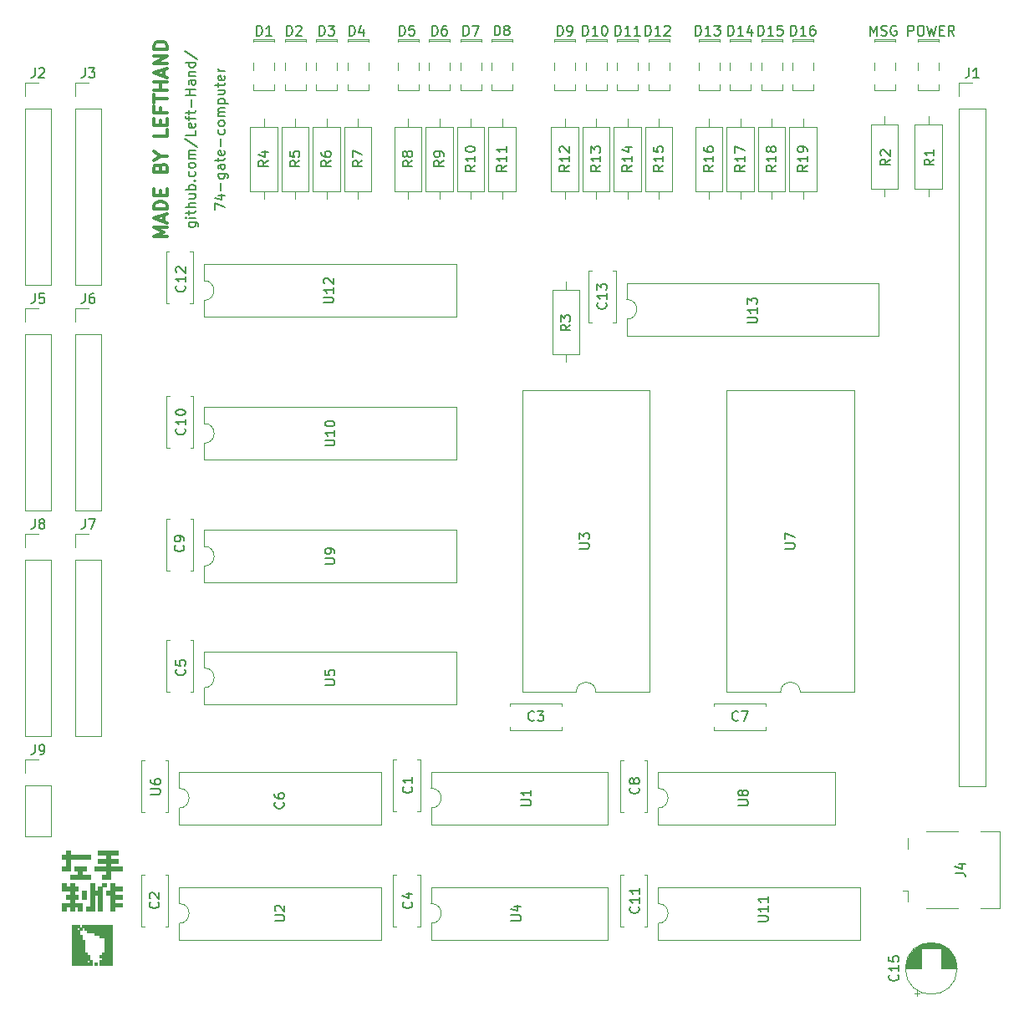
<source format=gbr>
G04 #@! TF.GenerationSoftware,KiCad,Pcbnew,(5.1.2)-2*
G04 #@! TF.CreationDate,2020-03-26T23:32:35+08:00*
G04 #@! TF.ProjectId,ALU1,414c5531-2e6b-4696-9361-645f70636258,rev?*
G04 #@! TF.SameCoordinates,Original*
G04 #@! TF.FileFunction,Legend,Top*
G04 #@! TF.FilePolarity,Positive*
%FSLAX46Y46*%
G04 Gerber Fmt 4.6, Leading zero omitted, Abs format (unit mm)*
G04 Created by KiCad (PCBNEW (5.1.2)-2) date 2020-03-26 23:32:35*
%MOMM*%
%LPD*%
G04 APERTURE LIST*
%ADD10C,0.150000*%
%ADD11C,0.300000*%
%ADD12C,0.010000*%
%ADD13C,0.120000*%
G04 APERTURE END LIST*
D10*
X91826380Y-96612857D02*
X91826380Y-95946190D01*
X92826380Y-96374761D01*
X92159714Y-95136666D02*
X92826380Y-95136666D01*
X91778761Y-95374761D02*
X92493047Y-95612857D01*
X92493047Y-94993809D01*
X92445428Y-94612857D02*
X92445428Y-93850952D01*
X92159714Y-92946190D02*
X92969238Y-92946190D01*
X93064476Y-92993809D01*
X93112095Y-93041428D01*
X93159714Y-93136666D01*
X93159714Y-93279523D01*
X93112095Y-93374761D01*
X92778761Y-92946190D02*
X92826380Y-93041428D01*
X92826380Y-93231904D01*
X92778761Y-93327142D01*
X92731142Y-93374761D01*
X92635904Y-93422380D01*
X92350190Y-93422380D01*
X92254952Y-93374761D01*
X92207333Y-93327142D01*
X92159714Y-93231904D01*
X92159714Y-93041428D01*
X92207333Y-92946190D01*
X92826380Y-92041428D02*
X92302571Y-92041428D01*
X92207333Y-92089047D01*
X92159714Y-92184285D01*
X92159714Y-92374761D01*
X92207333Y-92470000D01*
X92778761Y-92041428D02*
X92826380Y-92136666D01*
X92826380Y-92374761D01*
X92778761Y-92470000D01*
X92683523Y-92517619D01*
X92588285Y-92517619D01*
X92493047Y-92470000D01*
X92445428Y-92374761D01*
X92445428Y-92136666D01*
X92397809Y-92041428D01*
X92159714Y-91708095D02*
X92159714Y-91327142D01*
X91826380Y-91565238D02*
X92683523Y-91565238D01*
X92778761Y-91517619D01*
X92826380Y-91422380D01*
X92826380Y-91327142D01*
X92778761Y-90612857D02*
X92826380Y-90708095D01*
X92826380Y-90898571D01*
X92778761Y-90993809D01*
X92683523Y-91041428D01*
X92302571Y-91041428D01*
X92207333Y-90993809D01*
X92159714Y-90898571D01*
X92159714Y-90708095D01*
X92207333Y-90612857D01*
X92302571Y-90565238D01*
X92397809Y-90565238D01*
X92493047Y-91041428D01*
X92445428Y-90136666D02*
X92445428Y-89374761D01*
X92778761Y-88470000D02*
X92826380Y-88565238D01*
X92826380Y-88755714D01*
X92778761Y-88850952D01*
X92731142Y-88898571D01*
X92635904Y-88946190D01*
X92350190Y-88946190D01*
X92254952Y-88898571D01*
X92207333Y-88850952D01*
X92159714Y-88755714D01*
X92159714Y-88565238D01*
X92207333Y-88470000D01*
X92826380Y-87898571D02*
X92778761Y-87993809D01*
X92731142Y-88041428D01*
X92635904Y-88089047D01*
X92350190Y-88089047D01*
X92254952Y-88041428D01*
X92207333Y-87993809D01*
X92159714Y-87898571D01*
X92159714Y-87755714D01*
X92207333Y-87660476D01*
X92254952Y-87612857D01*
X92350190Y-87565238D01*
X92635904Y-87565238D01*
X92731142Y-87612857D01*
X92778761Y-87660476D01*
X92826380Y-87755714D01*
X92826380Y-87898571D01*
X92826380Y-87136666D02*
X92159714Y-87136666D01*
X92254952Y-87136666D02*
X92207333Y-87089047D01*
X92159714Y-86993809D01*
X92159714Y-86850952D01*
X92207333Y-86755714D01*
X92302571Y-86708095D01*
X92826380Y-86708095D01*
X92302571Y-86708095D02*
X92207333Y-86660476D01*
X92159714Y-86565238D01*
X92159714Y-86422380D01*
X92207333Y-86327142D01*
X92302571Y-86279523D01*
X92826380Y-86279523D01*
X92159714Y-85803333D02*
X93159714Y-85803333D01*
X92207333Y-85803333D02*
X92159714Y-85708095D01*
X92159714Y-85517619D01*
X92207333Y-85422380D01*
X92254952Y-85374761D01*
X92350190Y-85327142D01*
X92635904Y-85327142D01*
X92731142Y-85374761D01*
X92778761Y-85422380D01*
X92826380Y-85517619D01*
X92826380Y-85708095D01*
X92778761Y-85803333D01*
X92159714Y-84470000D02*
X92826380Y-84470000D01*
X92159714Y-84898571D02*
X92683523Y-84898571D01*
X92778761Y-84850952D01*
X92826380Y-84755714D01*
X92826380Y-84612857D01*
X92778761Y-84517619D01*
X92731142Y-84470000D01*
X92159714Y-84136666D02*
X92159714Y-83755714D01*
X91826380Y-83993809D02*
X92683523Y-83993809D01*
X92778761Y-83946190D01*
X92826380Y-83850952D01*
X92826380Y-83755714D01*
X92778761Y-83041428D02*
X92826380Y-83136666D01*
X92826380Y-83327142D01*
X92778761Y-83422380D01*
X92683523Y-83470000D01*
X92302571Y-83470000D01*
X92207333Y-83422380D01*
X92159714Y-83327142D01*
X92159714Y-83136666D01*
X92207333Y-83041428D01*
X92302571Y-82993809D01*
X92397809Y-82993809D01*
X92493047Y-83470000D01*
X92826380Y-82565238D02*
X92159714Y-82565238D01*
X92350190Y-82565238D02*
X92254952Y-82517619D01*
X92207333Y-82470000D01*
X92159714Y-82374761D01*
X92159714Y-82279523D01*
X89159714Y-97874761D02*
X89969238Y-97874761D01*
X90064476Y-97922380D01*
X90112095Y-97970000D01*
X90159714Y-98065238D01*
X90159714Y-98208095D01*
X90112095Y-98303333D01*
X89778761Y-97874761D02*
X89826380Y-97970000D01*
X89826380Y-98160476D01*
X89778761Y-98255714D01*
X89731142Y-98303333D01*
X89635904Y-98350952D01*
X89350190Y-98350952D01*
X89254952Y-98303333D01*
X89207333Y-98255714D01*
X89159714Y-98160476D01*
X89159714Y-97970000D01*
X89207333Y-97874761D01*
X89826380Y-97398571D02*
X89159714Y-97398571D01*
X88826380Y-97398571D02*
X88874000Y-97446190D01*
X88921619Y-97398571D01*
X88874000Y-97350952D01*
X88826380Y-97398571D01*
X88921619Y-97398571D01*
X89159714Y-97065238D02*
X89159714Y-96684285D01*
X88826380Y-96922380D02*
X89683523Y-96922380D01*
X89778761Y-96874761D01*
X89826380Y-96779523D01*
X89826380Y-96684285D01*
X89826380Y-96350952D02*
X88826380Y-96350952D01*
X89826380Y-95922380D02*
X89302571Y-95922380D01*
X89207333Y-95970000D01*
X89159714Y-96065238D01*
X89159714Y-96208095D01*
X89207333Y-96303333D01*
X89254952Y-96350952D01*
X89159714Y-95017619D02*
X89826380Y-95017619D01*
X89159714Y-95446190D02*
X89683523Y-95446190D01*
X89778761Y-95398571D01*
X89826380Y-95303333D01*
X89826380Y-95160476D01*
X89778761Y-95065238D01*
X89731142Y-95017619D01*
X89826380Y-94541428D02*
X88826380Y-94541428D01*
X89207333Y-94541428D02*
X89159714Y-94446190D01*
X89159714Y-94255714D01*
X89207333Y-94160476D01*
X89254952Y-94112857D01*
X89350190Y-94065238D01*
X89635904Y-94065238D01*
X89731142Y-94112857D01*
X89778761Y-94160476D01*
X89826380Y-94255714D01*
X89826380Y-94446190D01*
X89778761Y-94541428D01*
X89731142Y-93636666D02*
X89778761Y-93589047D01*
X89826380Y-93636666D01*
X89778761Y-93684285D01*
X89731142Y-93636666D01*
X89826380Y-93636666D01*
X89778761Y-92731904D02*
X89826380Y-92827142D01*
X89826380Y-93017619D01*
X89778761Y-93112857D01*
X89731142Y-93160476D01*
X89635904Y-93208095D01*
X89350190Y-93208095D01*
X89254952Y-93160476D01*
X89207333Y-93112857D01*
X89159714Y-93017619D01*
X89159714Y-92827142D01*
X89207333Y-92731904D01*
X89826380Y-92160476D02*
X89778761Y-92255714D01*
X89731142Y-92303333D01*
X89635904Y-92350952D01*
X89350190Y-92350952D01*
X89254952Y-92303333D01*
X89207333Y-92255714D01*
X89159714Y-92160476D01*
X89159714Y-92017619D01*
X89207333Y-91922380D01*
X89254952Y-91874761D01*
X89350190Y-91827142D01*
X89635904Y-91827142D01*
X89731142Y-91874761D01*
X89778761Y-91922380D01*
X89826380Y-92017619D01*
X89826380Y-92160476D01*
X89826380Y-91398571D02*
X89159714Y-91398571D01*
X89254952Y-91398571D02*
X89207333Y-91350952D01*
X89159714Y-91255714D01*
X89159714Y-91112857D01*
X89207333Y-91017619D01*
X89302571Y-90970000D01*
X89826380Y-90970000D01*
X89302571Y-90970000D02*
X89207333Y-90922380D01*
X89159714Y-90827142D01*
X89159714Y-90684285D01*
X89207333Y-90589047D01*
X89302571Y-90541428D01*
X89826380Y-90541428D01*
X88778761Y-89350952D02*
X90064476Y-90208095D01*
X89826380Y-88541428D02*
X89826380Y-89017619D01*
X88826380Y-89017619D01*
X89778761Y-87827142D02*
X89826380Y-87922380D01*
X89826380Y-88112857D01*
X89778761Y-88208095D01*
X89683523Y-88255714D01*
X89302571Y-88255714D01*
X89207333Y-88208095D01*
X89159714Y-88112857D01*
X89159714Y-87922380D01*
X89207333Y-87827142D01*
X89302571Y-87779523D01*
X89397809Y-87779523D01*
X89493047Y-88255714D01*
X89159714Y-87493809D02*
X89159714Y-87112857D01*
X89826380Y-87350952D02*
X88969238Y-87350952D01*
X88874000Y-87303333D01*
X88826380Y-87208095D01*
X88826380Y-87112857D01*
X89159714Y-86922380D02*
X89159714Y-86541428D01*
X88826380Y-86779523D02*
X89683523Y-86779523D01*
X89778761Y-86731904D01*
X89826380Y-86636666D01*
X89826380Y-86541428D01*
X89445428Y-86208095D02*
X89445428Y-85446190D01*
X89826380Y-84970000D02*
X88826380Y-84970000D01*
X89302571Y-84970000D02*
X89302571Y-84398571D01*
X89826380Y-84398571D02*
X88826380Y-84398571D01*
X89826380Y-83493809D02*
X89302571Y-83493809D01*
X89207333Y-83541428D01*
X89159714Y-83636666D01*
X89159714Y-83827142D01*
X89207333Y-83922380D01*
X89778761Y-83493809D02*
X89826380Y-83589047D01*
X89826380Y-83827142D01*
X89778761Y-83922380D01*
X89683523Y-83970000D01*
X89588285Y-83970000D01*
X89493047Y-83922380D01*
X89445428Y-83827142D01*
X89445428Y-83589047D01*
X89397809Y-83493809D01*
X89159714Y-83017619D02*
X89826380Y-83017619D01*
X89254952Y-83017619D02*
X89207333Y-82970000D01*
X89159714Y-82874761D01*
X89159714Y-82731904D01*
X89207333Y-82636666D01*
X89302571Y-82589047D01*
X89826380Y-82589047D01*
X89826380Y-81684285D02*
X88826380Y-81684285D01*
X89778761Y-81684285D02*
X89826380Y-81779523D01*
X89826380Y-81970000D01*
X89778761Y-82065238D01*
X89731142Y-82112857D01*
X89635904Y-82160476D01*
X89350190Y-82160476D01*
X89254952Y-82112857D01*
X89207333Y-82065238D01*
X89159714Y-81970000D01*
X89159714Y-81779523D01*
X89207333Y-81684285D01*
X88778761Y-80493809D02*
X90064476Y-81350952D01*
D11*
X87007333Y-99336666D02*
X85607333Y-99336666D01*
X86607333Y-98870000D01*
X85607333Y-98403333D01*
X87007333Y-98403333D01*
X86607333Y-97803333D02*
X86607333Y-97136666D01*
X87007333Y-97936666D02*
X85607333Y-97470000D01*
X87007333Y-97003333D01*
X87007333Y-96536666D02*
X85607333Y-96536666D01*
X85607333Y-96203333D01*
X85674000Y-96003333D01*
X85807333Y-95870000D01*
X85940666Y-95803333D01*
X86207333Y-95736666D01*
X86407333Y-95736666D01*
X86674000Y-95803333D01*
X86807333Y-95870000D01*
X86940666Y-96003333D01*
X87007333Y-96203333D01*
X87007333Y-96536666D01*
X86274000Y-95136666D02*
X86274000Y-94670000D01*
X87007333Y-94470000D02*
X87007333Y-95136666D01*
X85607333Y-95136666D01*
X85607333Y-94470000D01*
X86274000Y-92336666D02*
X86340666Y-92136666D01*
X86407333Y-92070000D01*
X86540666Y-92003333D01*
X86740666Y-92003333D01*
X86874000Y-92070000D01*
X86940666Y-92136666D01*
X87007333Y-92270000D01*
X87007333Y-92803333D01*
X85607333Y-92803333D01*
X85607333Y-92336666D01*
X85674000Y-92203333D01*
X85740666Y-92136666D01*
X85874000Y-92070000D01*
X86007333Y-92070000D01*
X86140666Y-92136666D01*
X86207333Y-92203333D01*
X86274000Y-92336666D01*
X86274000Y-92803333D01*
X86340666Y-91136666D02*
X87007333Y-91136666D01*
X85607333Y-91603333D02*
X86340666Y-91136666D01*
X85607333Y-90670000D01*
X87007333Y-88470000D02*
X87007333Y-89136666D01*
X85607333Y-89136666D01*
X86274000Y-88003333D02*
X86274000Y-87536666D01*
X87007333Y-87336666D02*
X87007333Y-88003333D01*
X85607333Y-88003333D01*
X85607333Y-87336666D01*
X86274000Y-86270000D02*
X86274000Y-86736666D01*
X87007333Y-86736666D02*
X85607333Y-86736666D01*
X85607333Y-86070000D01*
X85607333Y-85736666D02*
X85607333Y-84936666D01*
X87007333Y-85336666D02*
X85607333Y-85336666D01*
X87007333Y-84470000D02*
X85607333Y-84470000D01*
X86274000Y-84470000D02*
X86274000Y-83670000D01*
X87007333Y-83670000D02*
X85607333Y-83670000D01*
X86607333Y-83070000D02*
X86607333Y-82403333D01*
X87007333Y-83203333D02*
X85607333Y-82736666D01*
X87007333Y-82270000D01*
X87007333Y-81803333D02*
X85607333Y-81803333D01*
X87007333Y-81003333D01*
X85607333Y-81003333D01*
X87007333Y-80336666D02*
X85607333Y-80336666D01*
X85607333Y-80003333D01*
X85674000Y-79803333D01*
X85807333Y-79670000D01*
X85940666Y-79603333D01*
X86207333Y-79536666D01*
X86407333Y-79536666D01*
X86674000Y-79603333D01*
X86807333Y-79670000D01*
X86940666Y-79803333D01*
X87007333Y-80003333D01*
X87007333Y-80336666D01*
D12*
G36*
X78359000Y-169037000D02*
G01*
X81407000Y-169037000D01*
X81407000Y-173101000D01*
X80137000Y-173101000D01*
X80137000Y-172593000D01*
X80391000Y-172593000D01*
X80391000Y-172339000D01*
X80137000Y-172339000D01*
X80137000Y-172085000D01*
X80391000Y-172085000D01*
X80391000Y-171831000D01*
X80645000Y-171831000D01*
X80645000Y-170307000D01*
X80137000Y-170307000D01*
X80137000Y-170053000D01*
X79629000Y-170053000D01*
X79629000Y-169799000D01*
X78867000Y-169799000D01*
X78867000Y-169545000D01*
X78613000Y-169545000D01*
X78613000Y-169291000D01*
X78359000Y-169291000D01*
X78359000Y-169037000D01*
X78359000Y-169037000D01*
G37*
X78359000Y-169037000D02*
X81407000Y-169037000D01*
X81407000Y-173101000D01*
X80137000Y-173101000D01*
X80137000Y-172593000D01*
X80391000Y-172593000D01*
X80391000Y-172339000D01*
X80137000Y-172339000D01*
X80137000Y-172085000D01*
X80391000Y-172085000D01*
X80391000Y-171831000D01*
X80645000Y-171831000D01*
X80645000Y-170307000D01*
X80137000Y-170307000D01*
X80137000Y-170053000D01*
X79629000Y-170053000D01*
X79629000Y-169799000D01*
X78867000Y-169799000D01*
X78867000Y-169545000D01*
X78613000Y-169545000D01*
X78613000Y-169291000D01*
X78359000Y-169291000D01*
X78359000Y-169037000D01*
G36*
X78359000Y-169545000D02*
G01*
X78105000Y-169545000D01*
X78105000Y-170053000D01*
X78359000Y-170053000D01*
X78359000Y-170561000D01*
X78613000Y-170561000D01*
X78613000Y-171831000D01*
X78867000Y-171831000D01*
X78867000Y-172085000D01*
X79121000Y-172085000D01*
X79121000Y-172593000D01*
X79375000Y-172593000D01*
X79375000Y-173101000D01*
X77343000Y-173101000D01*
X77343000Y-172593000D01*
X78867000Y-172593000D01*
X78867000Y-172847000D01*
X79121000Y-172847000D01*
X79121000Y-172593000D01*
X78867000Y-172593000D01*
X77343000Y-172593000D01*
X77343000Y-169291000D01*
X77851000Y-169291000D01*
X77851000Y-169545000D01*
X78105000Y-169545000D01*
X78105000Y-169291000D01*
X77851000Y-169291000D01*
X77343000Y-169291000D01*
X77343000Y-169037000D01*
X78105000Y-169037000D01*
X78105000Y-169291000D01*
X78359000Y-169291000D01*
X78359000Y-169545000D01*
X78359000Y-169545000D01*
G37*
X78359000Y-169545000D02*
X78105000Y-169545000D01*
X78105000Y-170053000D01*
X78359000Y-170053000D01*
X78359000Y-170561000D01*
X78613000Y-170561000D01*
X78613000Y-171831000D01*
X78867000Y-171831000D01*
X78867000Y-172085000D01*
X79121000Y-172085000D01*
X79121000Y-172593000D01*
X79375000Y-172593000D01*
X79375000Y-173101000D01*
X77343000Y-173101000D01*
X77343000Y-172593000D01*
X78867000Y-172593000D01*
X78867000Y-172847000D01*
X79121000Y-172847000D01*
X79121000Y-172593000D01*
X78867000Y-172593000D01*
X77343000Y-172593000D01*
X77343000Y-169291000D01*
X77851000Y-169291000D01*
X77851000Y-169545000D01*
X78105000Y-169545000D01*
X78105000Y-169291000D01*
X77851000Y-169291000D01*
X77343000Y-169291000D01*
X77343000Y-169037000D01*
X78105000Y-169037000D01*
X78105000Y-169291000D01*
X78359000Y-169291000D01*
X78359000Y-169545000D01*
G36*
X79883000Y-173101000D02*
G01*
X79629000Y-173101000D01*
X79629000Y-172847000D01*
X79883000Y-172847000D01*
X79883000Y-173101000D01*
X79883000Y-173101000D01*
G37*
X79883000Y-173101000D02*
X79629000Y-173101000D01*
X79629000Y-172847000D01*
X79883000Y-172847000D01*
X79883000Y-173101000D01*
G36*
X76733400Y-165201600D02*
G01*
X77139800Y-165201600D01*
X77139800Y-164795200D01*
X77546200Y-164795200D01*
X77546200Y-165201600D01*
X77952600Y-165201600D01*
X77952600Y-165608000D01*
X77546200Y-165608000D01*
X77546200Y-166014400D01*
X77952600Y-166014400D01*
X77952600Y-166420800D01*
X77546200Y-166420800D01*
X77546200Y-166827200D01*
X78359000Y-166827200D01*
X78359000Y-167640000D01*
X77952600Y-167640000D01*
X77952600Y-167233600D01*
X77546200Y-167233600D01*
X77546200Y-167640000D01*
X77139800Y-167640000D01*
X77139800Y-167233600D01*
X76733400Y-167233600D01*
X76733400Y-167640000D01*
X76327000Y-167640000D01*
X76327000Y-166827200D01*
X77139800Y-166827200D01*
X77139800Y-166420800D01*
X76733400Y-166420800D01*
X76733400Y-166014400D01*
X77139800Y-166014400D01*
X77139800Y-165608000D01*
X76327000Y-165608000D01*
X76327000Y-164795200D01*
X76733400Y-164795200D01*
X76733400Y-165201600D01*
X76733400Y-165201600D01*
G37*
X76733400Y-165201600D02*
X77139800Y-165201600D01*
X77139800Y-164795200D01*
X77546200Y-164795200D01*
X77546200Y-165201600D01*
X77952600Y-165201600D01*
X77952600Y-165608000D01*
X77546200Y-165608000D01*
X77546200Y-166014400D01*
X77952600Y-166014400D01*
X77952600Y-166420800D01*
X77546200Y-166420800D01*
X77546200Y-166827200D01*
X78359000Y-166827200D01*
X78359000Y-167640000D01*
X77952600Y-167640000D01*
X77952600Y-167233600D01*
X77546200Y-167233600D01*
X77546200Y-167640000D01*
X77139800Y-167640000D01*
X77139800Y-167233600D01*
X76733400Y-167233600D01*
X76733400Y-167640000D01*
X76327000Y-167640000D01*
X76327000Y-166827200D01*
X77139800Y-166827200D01*
X77139800Y-166420800D01*
X76733400Y-166420800D01*
X76733400Y-166014400D01*
X77139800Y-166014400D01*
X77139800Y-165608000D01*
X76327000Y-165608000D01*
X76327000Y-164795200D01*
X76733400Y-164795200D01*
X76733400Y-165201600D01*
G36*
X80391000Y-164795200D02*
G01*
X80797400Y-164795200D01*
X80797400Y-165201600D01*
X80391000Y-165201600D01*
X80391000Y-164795200D01*
X80391000Y-164795200D01*
G37*
X80391000Y-164795200D02*
X80797400Y-164795200D01*
X80797400Y-165201600D01*
X80391000Y-165201600D01*
X80391000Y-164795200D01*
G36*
X80391000Y-167640000D02*
G01*
X79984600Y-167640000D01*
X79984600Y-166014400D01*
X79578200Y-166014400D01*
X79578200Y-167640000D01*
X78765400Y-167640000D01*
X78765400Y-167233600D01*
X79171800Y-167233600D01*
X79171800Y-164795200D01*
X79578200Y-164795200D01*
X79578200Y-165608000D01*
X79984600Y-165608000D01*
X79984600Y-165201600D01*
X80391000Y-165201600D01*
X80391000Y-167640000D01*
X80391000Y-167640000D01*
G37*
X80391000Y-167640000D02*
X79984600Y-167640000D01*
X79984600Y-166014400D01*
X79578200Y-166014400D01*
X79578200Y-167640000D01*
X78765400Y-167640000D01*
X78765400Y-167233600D01*
X79171800Y-167233600D01*
X79171800Y-164795200D01*
X79578200Y-164795200D01*
X79578200Y-165608000D01*
X79984600Y-165608000D01*
X79984600Y-165201600D01*
X80391000Y-165201600D01*
X80391000Y-167640000D01*
G36*
X81610200Y-165201600D02*
G01*
X82423000Y-165201600D01*
X82423000Y-165608000D01*
X81610200Y-165608000D01*
X81610200Y-166014400D01*
X82423000Y-166014400D01*
X82423000Y-166420800D01*
X81610200Y-166420800D01*
X81610200Y-166827200D01*
X82423000Y-166827200D01*
X82423000Y-167233600D01*
X81610200Y-167233600D01*
X81610200Y-167640000D01*
X81203800Y-167640000D01*
X81203800Y-166014400D01*
X80797400Y-166014400D01*
X80797400Y-165608000D01*
X81203800Y-165608000D01*
X81203800Y-164795200D01*
X81610200Y-164795200D01*
X81610200Y-165201600D01*
X81610200Y-165201600D01*
G37*
X81610200Y-165201600D02*
X82423000Y-165201600D01*
X82423000Y-165608000D01*
X81610200Y-165608000D01*
X81610200Y-166014400D01*
X82423000Y-166014400D01*
X82423000Y-166420800D01*
X81610200Y-166420800D01*
X81610200Y-166827200D01*
X82423000Y-166827200D01*
X82423000Y-167233600D01*
X81610200Y-167233600D01*
X81610200Y-167640000D01*
X81203800Y-167640000D01*
X81203800Y-166014400D01*
X80797400Y-166014400D01*
X80797400Y-165608000D01*
X81203800Y-165608000D01*
X81203800Y-164795200D01*
X81610200Y-164795200D01*
X81610200Y-165201600D01*
G36*
X78765400Y-166420800D02*
G01*
X78359000Y-166420800D01*
X78359000Y-165608000D01*
X78765400Y-165608000D01*
X78765400Y-166420800D01*
X78765400Y-166420800D01*
G37*
X78765400Y-166420800D02*
X78359000Y-166420800D01*
X78359000Y-165608000D01*
X78765400Y-165608000D01*
X78765400Y-166420800D01*
G36*
X78765400Y-163576000D02*
G01*
X78359000Y-163576000D01*
X78359000Y-163982400D01*
X79171800Y-163982400D01*
X79171800Y-164388800D01*
X77139800Y-164388800D01*
X77139800Y-163982400D01*
X77952600Y-163982400D01*
X77952600Y-163576000D01*
X77546200Y-163576000D01*
X77546200Y-163169600D01*
X78765400Y-163169600D01*
X78765400Y-163576000D01*
X78765400Y-163576000D01*
G37*
X78765400Y-163576000D02*
X78359000Y-163576000D01*
X78359000Y-163982400D01*
X79171800Y-163982400D01*
X79171800Y-164388800D01*
X77139800Y-164388800D01*
X77139800Y-163982400D01*
X77952600Y-163982400D01*
X77952600Y-163576000D01*
X77546200Y-163576000D01*
X77546200Y-163169600D01*
X78765400Y-163169600D01*
X78765400Y-163576000D01*
G36*
X82016600Y-161950400D02*
G01*
X81203800Y-161950400D01*
X81203800Y-162356800D01*
X82016600Y-162356800D01*
X82016600Y-162763200D01*
X81203800Y-162763200D01*
X81203800Y-163169600D01*
X82423000Y-163169600D01*
X82423000Y-163576000D01*
X81203800Y-163576000D01*
X81203800Y-164388800D01*
X80391000Y-164388800D01*
X80391000Y-163982400D01*
X80797400Y-163982400D01*
X80797400Y-163576000D01*
X79578200Y-163576000D01*
X79578200Y-163169600D01*
X80797400Y-163169600D01*
X80797400Y-162763200D01*
X79984600Y-162763200D01*
X79984600Y-162356800D01*
X80797400Y-162356800D01*
X80797400Y-161950400D01*
X79984600Y-161950400D01*
X79984600Y-161544000D01*
X82016600Y-161544000D01*
X82016600Y-161950400D01*
X82016600Y-161950400D01*
G37*
X82016600Y-161950400D02*
X81203800Y-161950400D01*
X81203800Y-162356800D01*
X82016600Y-162356800D01*
X82016600Y-162763200D01*
X81203800Y-162763200D01*
X81203800Y-163169600D01*
X82423000Y-163169600D01*
X82423000Y-163576000D01*
X81203800Y-163576000D01*
X81203800Y-164388800D01*
X80391000Y-164388800D01*
X80391000Y-163982400D01*
X80797400Y-163982400D01*
X80797400Y-163576000D01*
X79578200Y-163576000D01*
X79578200Y-163169600D01*
X80797400Y-163169600D01*
X80797400Y-162763200D01*
X79984600Y-162763200D01*
X79984600Y-162356800D01*
X80797400Y-162356800D01*
X80797400Y-161950400D01*
X79984600Y-161950400D01*
X79984600Y-161544000D01*
X82016600Y-161544000D01*
X82016600Y-161950400D01*
G36*
X77139800Y-161950400D02*
G01*
X79171800Y-161950400D01*
X79171800Y-162356800D01*
X77139800Y-162356800D01*
X77139800Y-163576000D01*
X76327000Y-163576000D01*
X76327000Y-163169600D01*
X76733400Y-163169600D01*
X76733400Y-162356800D01*
X76327000Y-162356800D01*
X76327000Y-161950400D01*
X76733400Y-161950400D01*
X76733400Y-161544000D01*
X77139800Y-161544000D01*
X77139800Y-161950400D01*
X77139800Y-161950400D01*
G37*
X77139800Y-161950400D02*
X79171800Y-161950400D01*
X79171800Y-162356800D01*
X77139800Y-162356800D01*
X77139800Y-163576000D01*
X76327000Y-163576000D01*
X76327000Y-163169600D01*
X76733400Y-163169600D01*
X76733400Y-162356800D01*
X76327000Y-162356800D01*
X76327000Y-161950400D01*
X76733400Y-161950400D01*
X76733400Y-161544000D01*
X77139800Y-161544000D01*
X77139800Y-161950400D01*
D13*
X77664000Y-106620000D02*
X78994000Y-106620000D01*
X77664000Y-107950000D02*
X77664000Y-106620000D01*
X77664000Y-109220000D02*
X80324000Y-109220000D01*
X80324000Y-109220000D02*
X80324000Y-127060000D01*
X77664000Y-109220000D02*
X77664000Y-127060000D01*
X77664000Y-127060000D02*
X80324000Y-127060000D01*
X143654000Y-145475000D02*
X149114000Y-145475000D01*
X143654000Y-114875000D02*
X143654000Y-145475000D01*
X156574000Y-114875000D02*
X143654000Y-114875000D01*
X156574000Y-145475000D02*
X156574000Y-114875000D01*
X151114000Y-145475000D02*
X156574000Y-145475000D01*
X149114000Y-145475000D02*
G75*
G02X151114000Y-145475000I1000000J0D01*
G01*
X171284000Y-167380000D02*
X169334000Y-167380000D01*
X167114000Y-167380000D02*
X163884000Y-167380000D01*
X161964000Y-166660000D02*
X161964000Y-165580000D01*
X161964000Y-161360000D02*
X161964000Y-160280000D01*
X167114000Y-159560000D02*
X163884000Y-159560000D01*
X171284000Y-159560000D02*
X169334000Y-159560000D01*
X161964000Y-165580000D02*
X161534000Y-165580000D01*
X171284000Y-159560000D02*
X171284000Y-167380000D01*
X90745000Y-129049000D02*
X90745000Y-130699000D01*
X116265000Y-129049000D02*
X90745000Y-129049000D01*
X116265000Y-134349000D02*
X116265000Y-129049000D01*
X90745000Y-134349000D02*
X116265000Y-134349000D01*
X90745000Y-132699000D02*
X90745000Y-134349000D01*
X90745000Y-130699000D02*
G75*
G02X90745000Y-132699000I0J-1000000D01*
G01*
X133544000Y-104030000D02*
X133544000Y-105680000D01*
X159064000Y-104030000D02*
X133544000Y-104030000D01*
X159064000Y-109330000D02*
X159064000Y-104030000D01*
X133544000Y-109330000D02*
X159064000Y-109330000D01*
X133544000Y-107680000D02*
X133544000Y-109330000D01*
X133544000Y-105680000D02*
G75*
G02X133544000Y-107680000I0J-1000000D01*
G01*
X90719600Y-102125000D02*
X90719600Y-103775000D01*
X116239600Y-102125000D02*
X90719600Y-102125000D01*
X116239600Y-107425000D02*
X116239600Y-102125000D01*
X90719600Y-107425000D02*
X116239600Y-107425000D01*
X90719600Y-105775000D02*
X90719600Y-107425000D01*
X90719600Y-103775000D02*
G75*
G02X90719600Y-105775000I0J-1000000D01*
G01*
X136719000Y-165244000D02*
X136719000Y-166894000D01*
X157159000Y-165244000D02*
X136719000Y-165244000D01*
X157159000Y-170544000D02*
X157159000Y-165244000D01*
X136719000Y-170544000D02*
X157159000Y-170544000D01*
X136719000Y-168894000D02*
X136719000Y-170544000D01*
X136719000Y-166894000D02*
G75*
G02X136719000Y-168894000I0J-1000000D01*
G01*
X88205000Y-153560000D02*
X88205000Y-155210000D01*
X108645000Y-153560000D02*
X88205000Y-153560000D01*
X108645000Y-158860000D02*
X108645000Y-153560000D01*
X88205000Y-158860000D02*
X108645000Y-158860000D01*
X88205000Y-157210000D02*
X88205000Y-158860000D01*
X88205000Y-155210000D02*
G75*
G02X88205000Y-157210000I0J-1000000D01*
G01*
X88205000Y-165244000D02*
X88205000Y-166894000D01*
X108645000Y-165244000D02*
X88205000Y-165244000D01*
X108645000Y-170544000D02*
X108645000Y-165244000D01*
X88205000Y-170544000D02*
X108645000Y-170544000D01*
X88205000Y-168894000D02*
X88205000Y-170544000D01*
X88205000Y-166894000D02*
G75*
G02X88205000Y-168894000I0J-1000000D01*
G01*
X90745000Y-141368000D02*
X90745000Y-143018000D01*
X116265000Y-141368000D02*
X90745000Y-141368000D01*
X116265000Y-146668000D02*
X116265000Y-141368000D01*
X90745000Y-146668000D02*
X116265000Y-146668000D01*
X90745000Y-145018000D02*
X90745000Y-146668000D01*
X90745000Y-143018000D02*
G75*
G02X90745000Y-145018000I0J-1000000D01*
G01*
X136719000Y-153560000D02*
X136719000Y-155210000D01*
X154619000Y-153560000D02*
X136719000Y-153560000D01*
X154619000Y-158860000D02*
X154619000Y-153560000D01*
X136719000Y-158860000D02*
X154619000Y-158860000D01*
X136719000Y-157210000D02*
X136719000Y-158860000D01*
X136719000Y-155210000D02*
G75*
G02X136719000Y-157210000I0J-1000000D01*
G01*
X113732000Y-153560000D02*
X113732000Y-155210000D01*
X131632000Y-153560000D02*
X113732000Y-153560000D01*
X131632000Y-158860000D02*
X131632000Y-153560000D01*
X113732000Y-158860000D02*
X131632000Y-158860000D01*
X113732000Y-157210000D02*
X113732000Y-158860000D01*
X113732000Y-155210000D02*
G75*
G02X113732000Y-157210000I0J-1000000D01*
G01*
X113732000Y-165244000D02*
X113732000Y-166894000D01*
X131632000Y-165244000D02*
X113732000Y-165244000D01*
X131632000Y-170544000D02*
X131632000Y-165244000D01*
X113732000Y-170544000D02*
X131632000Y-170544000D01*
X113732000Y-168894000D02*
X113732000Y-170544000D01*
X113732000Y-166894000D02*
G75*
G02X113732000Y-168894000I0J-1000000D01*
G01*
X122953000Y-145475000D02*
X128413000Y-145475000D01*
X122953000Y-114875000D02*
X122953000Y-145475000D01*
X135873000Y-114875000D02*
X122953000Y-114875000D01*
X135873000Y-145475000D02*
X135873000Y-114875000D01*
X130413000Y-145475000D02*
X135873000Y-145475000D01*
X128413000Y-145475000D02*
G75*
G02X130413000Y-145475000I1000000J0D01*
G01*
X90745000Y-116603000D02*
X90745000Y-118253000D01*
X116265000Y-116603000D02*
X90745000Y-116603000D01*
X116265000Y-121903000D02*
X116265000Y-116603000D01*
X90745000Y-121903000D02*
X116265000Y-121903000D01*
X90745000Y-120253000D02*
X90745000Y-121903000D01*
X90745000Y-118253000D02*
G75*
G02X90745000Y-120253000I0J-1000000D01*
G01*
X151384000Y-95480000D02*
X151384000Y-94710000D01*
X151384000Y-87400000D02*
X151384000Y-88170000D01*
X152754000Y-94710000D02*
X152754000Y-88170000D01*
X150014000Y-94710000D02*
X152754000Y-94710000D01*
X150014000Y-88170000D02*
X150014000Y-94710000D01*
X152754000Y-88170000D02*
X150014000Y-88170000D01*
X148209000Y-95480000D02*
X148209000Y-94710000D01*
X148209000Y-87400000D02*
X148209000Y-88170000D01*
X149579000Y-94710000D02*
X149579000Y-88170000D01*
X146839000Y-94710000D02*
X149579000Y-94710000D01*
X146839000Y-88170000D02*
X146839000Y-94710000D01*
X149579000Y-88170000D02*
X146839000Y-88170000D01*
X145034000Y-95480000D02*
X145034000Y-94710000D01*
X145034000Y-87400000D02*
X145034000Y-88170000D01*
X146404000Y-94710000D02*
X146404000Y-88170000D01*
X143664000Y-94710000D02*
X146404000Y-94710000D01*
X143664000Y-88170000D02*
X143664000Y-94710000D01*
X146404000Y-88170000D02*
X143664000Y-88170000D01*
X141859000Y-95480000D02*
X141859000Y-94710000D01*
X141859000Y-87400000D02*
X141859000Y-88170000D01*
X143229000Y-94710000D02*
X143229000Y-88170000D01*
X140489000Y-94710000D02*
X143229000Y-94710000D01*
X140489000Y-88170000D02*
X140489000Y-94710000D01*
X143229000Y-88170000D02*
X140489000Y-88170000D01*
X136779000Y-95480000D02*
X136779000Y-94710000D01*
X136779000Y-87400000D02*
X136779000Y-88170000D01*
X138149000Y-94710000D02*
X138149000Y-88170000D01*
X135409000Y-94710000D02*
X138149000Y-94710000D01*
X135409000Y-88170000D02*
X135409000Y-94710000D01*
X138149000Y-88170000D02*
X135409000Y-88170000D01*
X133604000Y-95480000D02*
X133604000Y-94710000D01*
X133604000Y-87400000D02*
X133604000Y-88170000D01*
X134974000Y-94710000D02*
X134974000Y-88170000D01*
X132234000Y-94710000D02*
X134974000Y-94710000D01*
X132234000Y-88170000D02*
X132234000Y-94710000D01*
X134974000Y-88170000D02*
X132234000Y-88170000D01*
X130429000Y-95480000D02*
X130429000Y-94710000D01*
X130429000Y-87400000D02*
X130429000Y-88170000D01*
X131799000Y-94710000D02*
X131799000Y-88170000D01*
X129059000Y-94710000D02*
X131799000Y-94710000D01*
X129059000Y-88170000D02*
X129059000Y-94710000D01*
X131799000Y-88170000D02*
X129059000Y-88170000D01*
X127254000Y-95480000D02*
X127254000Y-94710000D01*
X127254000Y-87400000D02*
X127254000Y-88170000D01*
X128624000Y-94710000D02*
X128624000Y-88170000D01*
X125884000Y-94710000D02*
X128624000Y-94710000D01*
X125884000Y-88170000D02*
X125884000Y-94710000D01*
X128624000Y-88170000D02*
X125884000Y-88170000D01*
X120904000Y-95480000D02*
X120904000Y-94710000D01*
X120904000Y-87400000D02*
X120904000Y-88170000D01*
X122274000Y-94710000D02*
X122274000Y-88170000D01*
X119534000Y-94710000D02*
X122274000Y-94710000D01*
X119534000Y-88170000D02*
X119534000Y-94710000D01*
X122274000Y-88170000D02*
X119534000Y-88170000D01*
X117729000Y-95480000D02*
X117729000Y-94710000D01*
X117729000Y-87400000D02*
X117729000Y-88170000D01*
X119099000Y-94710000D02*
X119099000Y-88170000D01*
X116359000Y-94710000D02*
X119099000Y-94710000D01*
X116359000Y-88170000D02*
X116359000Y-94710000D01*
X119099000Y-88170000D02*
X116359000Y-88170000D01*
X114554000Y-95480000D02*
X114554000Y-94710000D01*
X114554000Y-87400000D02*
X114554000Y-88170000D01*
X115924000Y-94710000D02*
X115924000Y-88170000D01*
X113184000Y-94710000D02*
X115924000Y-94710000D01*
X113184000Y-88170000D02*
X113184000Y-94710000D01*
X115924000Y-88170000D02*
X113184000Y-88170000D01*
X111379000Y-95480000D02*
X111379000Y-94710000D01*
X111379000Y-87400000D02*
X111379000Y-88170000D01*
X112749000Y-94710000D02*
X112749000Y-88170000D01*
X110009000Y-94710000D02*
X112749000Y-94710000D01*
X110009000Y-88170000D02*
X110009000Y-94710000D01*
X112749000Y-88170000D02*
X110009000Y-88170000D01*
X106299000Y-95480000D02*
X106299000Y-94710000D01*
X106299000Y-87400000D02*
X106299000Y-88170000D01*
X107669000Y-94710000D02*
X107669000Y-88170000D01*
X104929000Y-94710000D02*
X107669000Y-94710000D01*
X104929000Y-88170000D02*
X104929000Y-94710000D01*
X107669000Y-88170000D02*
X104929000Y-88170000D01*
X103124000Y-95480000D02*
X103124000Y-94710000D01*
X103124000Y-87400000D02*
X103124000Y-88170000D01*
X104494000Y-94710000D02*
X104494000Y-88170000D01*
X101754000Y-94710000D02*
X104494000Y-94710000D01*
X101754000Y-88170000D02*
X101754000Y-94710000D01*
X104494000Y-88170000D02*
X101754000Y-88170000D01*
X99949000Y-95480000D02*
X99949000Y-94710000D01*
X99949000Y-87400000D02*
X99949000Y-88170000D01*
X101319000Y-94710000D02*
X101319000Y-88170000D01*
X98579000Y-94710000D02*
X101319000Y-94710000D01*
X98579000Y-88170000D02*
X98579000Y-94710000D01*
X101319000Y-88170000D02*
X98579000Y-88170000D01*
X96774000Y-95480000D02*
X96774000Y-94710000D01*
X96774000Y-87400000D02*
X96774000Y-88170000D01*
X98144000Y-94710000D02*
X98144000Y-88170000D01*
X95404000Y-94710000D02*
X98144000Y-94710000D01*
X95404000Y-88170000D02*
X95404000Y-94710000D01*
X98144000Y-88170000D02*
X95404000Y-88170000D01*
X164084000Y-95226000D02*
X164084000Y-94456000D01*
X164084000Y-87146000D02*
X164084000Y-87916000D01*
X165454000Y-94456000D02*
X165454000Y-87916000D01*
X162714000Y-94456000D02*
X165454000Y-94456000D01*
X162714000Y-87916000D02*
X162714000Y-94456000D01*
X165454000Y-87916000D02*
X162714000Y-87916000D01*
X159639000Y-95226000D02*
X159639000Y-94456000D01*
X159639000Y-87146000D02*
X159639000Y-87916000D01*
X161009000Y-94456000D02*
X161009000Y-87916000D01*
X158269000Y-94456000D02*
X161009000Y-94456000D01*
X158269000Y-87916000D02*
X158269000Y-94456000D01*
X161009000Y-87916000D02*
X158269000Y-87916000D01*
X127381000Y-111990000D02*
X127381000Y-111220000D01*
X127381000Y-103910000D02*
X127381000Y-104680000D01*
X128751000Y-111220000D02*
X128751000Y-104680000D01*
X126011000Y-111220000D02*
X128751000Y-111220000D01*
X126011000Y-104680000D02*
X126011000Y-111220000D01*
X128751000Y-104680000D02*
X126011000Y-104680000D01*
X165144000Y-79475000D02*
X163024000Y-79475000D01*
X165144000Y-84475000D02*
X163024000Y-84475000D01*
X165144000Y-79355000D02*
X163024000Y-79355000D01*
X163024000Y-83915000D02*
X163024000Y-84475000D01*
X163024000Y-81725000D02*
X163024000Y-82456000D01*
X163024000Y-79355000D02*
X163024000Y-79565000D01*
X165144000Y-83915000D02*
X165144000Y-84475000D01*
X165144000Y-81725000D02*
X165144000Y-82456000D01*
X165144000Y-79355000D02*
X165144000Y-79565000D01*
X160699000Y-79475000D02*
X158579000Y-79475000D01*
X160699000Y-84475000D02*
X158579000Y-84475000D01*
X160699000Y-79355000D02*
X158579000Y-79355000D01*
X158579000Y-83915000D02*
X158579000Y-84475000D01*
X158579000Y-81725000D02*
X158579000Y-82456000D01*
X158579000Y-79355000D02*
X158579000Y-79565000D01*
X160699000Y-83915000D02*
X160699000Y-84475000D01*
X160699000Y-81725000D02*
X160699000Y-82456000D01*
X160699000Y-79355000D02*
X160699000Y-79565000D01*
X72584000Y-152340000D02*
X73914000Y-152340000D01*
X72584000Y-153670000D02*
X72584000Y-152340000D01*
X72584000Y-154940000D02*
X75244000Y-154940000D01*
X75244000Y-154940000D02*
X75244000Y-160080000D01*
X72584000Y-154940000D02*
X72584000Y-160080000D01*
X72584000Y-160080000D02*
X75244000Y-160080000D01*
X72584000Y-129480000D02*
X73914000Y-129480000D01*
X72584000Y-130810000D02*
X72584000Y-129480000D01*
X72584000Y-132080000D02*
X75244000Y-132080000D01*
X75244000Y-132080000D02*
X75244000Y-149920000D01*
X72584000Y-132080000D02*
X72584000Y-149920000D01*
X72584000Y-149920000D02*
X75244000Y-149920000D01*
X77664000Y-83760000D02*
X78994000Y-83760000D01*
X77664000Y-85090000D02*
X77664000Y-83760000D01*
X77664000Y-86360000D02*
X80324000Y-86360000D01*
X80324000Y-86360000D02*
X80324000Y-104200000D01*
X77664000Y-86360000D02*
X77664000Y-104200000D01*
X77664000Y-104200000D02*
X80324000Y-104200000D01*
X167199000Y-83760000D02*
X168529000Y-83760000D01*
X167199000Y-85090000D02*
X167199000Y-83760000D01*
X167199000Y-86360000D02*
X169859000Y-86360000D01*
X169859000Y-86360000D02*
X169859000Y-155000000D01*
X167199000Y-86360000D02*
X167199000Y-155000000D01*
X167199000Y-155000000D02*
X169859000Y-155000000D01*
X77664000Y-129480000D02*
X78994000Y-129480000D01*
X77664000Y-130810000D02*
X77664000Y-129480000D01*
X77664000Y-132080000D02*
X80324000Y-132080000D01*
X80324000Y-132080000D02*
X80324000Y-149920000D01*
X77664000Y-132080000D02*
X77664000Y-149920000D01*
X77664000Y-149920000D02*
X80324000Y-149920000D01*
X72584000Y-106620000D02*
X73914000Y-106620000D01*
X72584000Y-107950000D02*
X72584000Y-106620000D01*
X72584000Y-109220000D02*
X75244000Y-109220000D01*
X75244000Y-109220000D02*
X75244000Y-127060000D01*
X72584000Y-109220000D02*
X72584000Y-127060000D01*
X72584000Y-127060000D02*
X75244000Y-127060000D01*
X72584000Y-83760000D02*
X73914000Y-83760000D01*
X72584000Y-85090000D02*
X72584000Y-83760000D01*
X72584000Y-86360000D02*
X75244000Y-86360000D01*
X75244000Y-86360000D02*
X75244000Y-104200000D01*
X72584000Y-86360000D02*
X72584000Y-104200000D01*
X72584000Y-104200000D02*
X75244000Y-104200000D01*
X152444000Y-79475000D02*
X150324000Y-79475000D01*
X152444000Y-84475000D02*
X150324000Y-84475000D01*
X152444000Y-79355000D02*
X150324000Y-79355000D01*
X150324000Y-83915000D02*
X150324000Y-84475000D01*
X150324000Y-81725000D02*
X150324000Y-82456000D01*
X150324000Y-79355000D02*
X150324000Y-79565000D01*
X152444000Y-83915000D02*
X152444000Y-84475000D01*
X152444000Y-81725000D02*
X152444000Y-82456000D01*
X152444000Y-79355000D02*
X152444000Y-79565000D01*
X149269000Y-79475000D02*
X147149000Y-79475000D01*
X149269000Y-84475000D02*
X147149000Y-84475000D01*
X149269000Y-79355000D02*
X147149000Y-79355000D01*
X147149000Y-83915000D02*
X147149000Y-84475000D01*
X147149000Y-81725000D02*
X147149000Y-82456000D01*
X147149000Y-79355000D02*
X147149000Y-79565000D01*
X149269000Y-83915000D02*
X149269000Y-84475000D01*
X149269000Y-81725000D02*
X149269000Y-82456000D01*
X149269000Y-79355000D02*
X149269000Y-79565000D01*
X146094000Y-79475000D02*
X143974000Y-79475000D01*
X146094000Y-84475000D02*
X143974000Y-84475000D01*
X146094000Y-79355000D02*
X143974000Y-79355000D01*
X143974000Y-83915000D02*
X143974000Y-84475000D01*
X143974000Y-81725000D02*
X143974000Y-82456000D01*
X143974000Y-79355000D02*
X143974000Y-79565000D01*
X146094000Y-83915000D02*
X146094000Y-84475000D01*
X146094000Y-81725000D02*
X146094000Y-82456000D01*
X146094000Y-79355000D02*
X146094000Y-79565000D01*
X142919000Y-79475000D02*
X140799000Y-79475000D01*
X142919000Y-84475000D02*
X140799000Y-84475000D01*
X142919000Y-79355000D02*
X140799000Y-79355000D01*
X140799000Y-83915000D02*
X140799000Y-84475000D01*
X140799000Y-81725000D02*
X140799000Y-82456000D01*
X140799000Y-79355000D02*
X140799000Y-79565000D01*
X142919000Y-83915000D02*
X142919000Y-84475000D01*
X142919000Y-81725000D02*
X142919000Y-82456000D01*
X142919000Y-79355000D02*
X142919000Y-79565000D01*
X137839000Y-79475000D02*
X135719000Y-79475000D01*
X137839000Y-84475000D02*
X135719000Y-84475000D01*
X137839000Y-79355000D02*
X135719000Y-79355000D01*
X135719000Y-83915000D02*
X135719000Y-84475000D01*
X135719000Y-81725000D02*
X135719000Y-82456000D01*
X135719000Y-79355000D02*
X135719000Y-79565000D01*
X137839000Y-83915000D02*
X137839000Y-84475000D01*
X137839000Y-81725000D02*
X137839000Y-82456000D01*
X137839000Y-79355000D02*
X137839000Y-79565000D01*
X134664000Y-79475000D02*
X132544000Y-79475000D01*
X134664000Y-84475000D02*
X132544000Y-84475000D01*
X134664000Y-79355000D02*
X132544000Y-79355000D01*
X132544000Y-83915000D02*
X132544000Y-84475000D01*
X132544000Y-81725000D02*
X132544000Y-82456000D01*
X132544000Y-79355000D02*
X132544000Y-79565000D01*
X134664000Y-83915000D02*
X134664000Y-84475000D01*
X134664000Y-81725000D02*
X134664000Y-82456000D01*
X134664000Y-79355000D02*
X134664000Y-79565000D01*
X131489000Y-79475000D02*
X129369000Y-79475000D01*
X131489000Y-84475000D02*
X129369000Y-84475000D01*
X131489000Y-79355000D02*
X129369000Y-79355000D01*
X129369000Y-83915000D02*
X129369000Y-84475000D01*
X129369000Y-81725000D02*
X129369000Y-82456000D01*
X129369000Y-79355000D02*
X129369000Y-79565000D01*
X131489000Y-83915000D02*
X131489000Y-84475000D01*
X131489000Y-81725000D02*
X131489000Y-82456000D01*
X131489000Y-79355000D02*
X131489000Y-79565000D01*
X128314000Y-79475000D02*
X126194000Y-79475000D01*
X128314000Y-84475000D02*
X126194000Y-84475000D01*
X128314000Y-79355000D02*
X126194000Y-79355000D01*
X126194000Y-83915000D02*
X126194000Y-84475000D01*
X126194000Y-81725000D02*
X126194000Y-82456000D01*
X126194000Y-79355000D02*
X126194000Y-79565000D01*
X128314000Y-83915000D02*
X128314000Y-84475000D01*
X128314000Y-81725000D02*
X128314000Y-82456000D01*
X128314000Y-79355000D02*
X128314000Y-79565000D01*
X121964000Y-79475000D02*
X119844000Y-79475000D01*
X121964000Y-84475000D02*
X119844000Y-84475000D01*
X121964000Y-79355000D02*
X119844000Y-79355000D01*
X119844000Y-83915000D02*
X119844000Y-84475000D01*
X119844000Y-81725000D02*
X119844000Y-82456000D01*
X119844000Y-79355000D02*
X119844000Y-79565000D01*
X121964000Y-83915000D02*
X121964000Y-84475000D01*
X121964000Y-81725000D02*
X121964000Y-82456000D01*
X121964000Y-79355000D02*
X121964000Y-79565000D01*
X118789000Y-79475000D02*
X116669000Y-79475000D01*
X118789000Y-84475000D02*
X116669000Y-84475000D01*
X118789000Y-79355000D02*
X116669000Y-79355000D01*
X116669000Y-83915000D02*
X116669000Y-84475000D01*
X116669000Y-81725000D02*
X116669000Y-82456000D01*
X116669000Y-79355000D02*
X116669000Y-79565000D01*
X118789000Y-83915000D02*
X118789000Y-84475000D01*
X118789000Y-81725000D02*
X118789000Y-82456000D01*
X118789000Y-79355000D02*
X118789000Y-79565000D01*
X115614000Y-79475000D02*
X113494000Y-79475000D01*
X115614000Y-84475000D02*
X113494000Y-84475000D01*
X115614000Y-79355000D02*
X113494000Y-79355000D01*
X113494000Y-83915000D02*
X113494000Y-84475000D01*
X113494000Y-81725000D02*
X113494000Y-82456000D01*
X113494000Y-79355000D02*
X113494000Y-79565000D01*
X115614000Y-83915000D02*
X115614000Y-84475000D01*
X115614000Y-81725000D02*
X115614000Y-82456000D01*
X115614000Y-79355000D02*
X115614000Y-79565000D01*
X112439000Y-79475000D02*
X110319000Y-79475000D01*
X112439000Y-84475000D02*
X110319000Y-84475000D01*
X112439000Y-79355000D02*
X110319000Y-79355000D01*
X110319000Y-83915000D02*
X110319000Y-84475000D01*
X110319000Y-81725000D02*
X110319000Y-82456000D01*
X110319000Y-79355000D02*
X110319000Y-79565000D01*
X112439000Y-83915000D02*
X112439000Y-84475000D01*
X112439000Y-81725000D02*
X112439000Y-82456000D01*
X112439000Y-79355000D02*
X112439000Y-79565000D01*
X107359000Y-79475000D02*
X105239000Y-79475000D01*
X107359000Y-84475000D02*
X105239000Y-84475000D01*
X107359000Y-79355000D02*
X105239000Y-79355000D01*
X105239000Y-83915000D02*
X105239000Y-84475000D01*
X105239000Y-81725000D02*
X105239000Y-82456000D01*
X105239000Y-79355000D02*
X105239000Y-79565000D01*
X107359000Y-83915000D02*
X107359000Y-84475000D01*
X107359000Y-81725000D02*
X107359000Y-82456000D01*
X107359000Y-79355000D02*
X107359000Y-79565000D01*
X104184000Y-79475000D02*
X102064000Y-79475000D01*
X104184000Y-84475000D02*
X102064000Y-84475000D01*
X104184000Y-79355000D02*
X102064000Y-79355000D01*
X102064000Y-83915000D02*
X102064000Y-84475000D01*
X102064000Y-81725000D02*
X102064000Y-82456000D01*
X102064000Y-79355000D02*
X102064000Y-79565000D01*
X104184000Y-83915000D02*
X104184000Y-84475000D01*
X104184000Y-81725000D02*
X104184000Y-82456000D01*
X104184000Y-79355000D02*
X104184000Y-79565000D01*
X101009000Y-79475000D02*
X98889000Y-79475000D01*
X101009000Y-84475000D02*
X98889000Y-84475000D01*
X101009000Y-79355000D02*
X98889000Y-79355000D01*
X98889000Y-83915000D02*
X98889000Y-84475000D01*
X98889000Y-81725000D02*
X98889000Y-82456000D01*
X98889000Y-79355000D02*
X98889000Y-79565000D01*
X101009000Y-83915000D02*
X101009000Y-84475000D01*
X101009000Y-81725000D02*
X101009000Y-82456000D01*
X101009000Y-79355000D02*
X101009000Y-79565000D01*
X97834000Y-79475000D02*
X95714000Y-79475000D01*
X97834000Y-84475000D02*
X95714000Y-84475000D01*
X97834000Y-79355000D02*
X95714000Y-79355000D01*
X95714000Y-83915000D02*
X95714000Y-84475000D01*
X95714000Y-81725000D02*
X95714000Y-82456000D01*
X95714000Y-79355000D02*
X95714000Y-79565000D01*
X97834000Y-83915000D02*
X97834000Y-84475000D01*
X97834000Y-81725000D02*
X97834000Y-82456000D01*
X97834000Y-79355000D02*
X97834000Y-79565000D01*
X162649000Y-176024775D02*
X163149000Y-176024775D01*
X162899000Y-176274775D02*
X162899000Y-175774775D01*
X164090000Y-170869000D02*
X164658000Y-170869000D01*
X163856000Y-170909000D02*
X164892000Y-170909000D01*
X163697000Y-170949000D02*
X165051000Y-170949000D01*
X163569000Y-170989000D02*
X165179000Y-170989000D01*
X163459000Y-171029000D02*
X165289000Y-171029000D01*
X163363000Y-171069000D02*
X165385000Y-171069000D01*
X163276000Y-171109000D02*
X165472000Y-171109000D01*
X163196000Y-171149000D02*
X165552000Y-171149000D01*
X163123000Y-171189000D02*
X165625000Y-171189000D01*
X163055000Y-171229000D02*
X165693000Y-171229000D01*
X162991000Y-171269000D02*
X165757000Y-171269000D01*
X162931000Y-171309000D02*
X165817000Y-171309000D01*
X162874000Y-171349000D02*
X165874000Y-171349000D01*
X162820000Y-171389000D02*
X165928000Y-171389000D01*
X162769000Y-171429000D02*
X165979000Y-171429000D01*
X165414000Y-171469000D02*
X166027000Y-171469000D01*
X162721000Y-171469000D02*
X163334000Y-171469000D01*
X165414000Y-171509000D02*
X166073000Y-171509000D01*
X162675000Y-171509000D02*
X163334000Y-171509000D01*
X165414000Y-171549000D02*
X166117000Y-171549000D01*
X162631000Y-171549000D02*
X163334000Y-171549000D01*
X165414000Y-171589000D02*
X166159000Y-171589000D01*
X162589000Y-171589000D02*
X163334000Y-171589000D01*
X165414000Y-171629000D02*
X166200000Y-171629000D01*
X162548000Y-171629000D02*
X163334000Y-171629000D01*
X165414000Y-171669000D02*
X166238000Y-171669000D01*
X162510000Y-171669000D02*
X163334000Y-171669000D01*
X165414000Y-171709000D02*
X166275000Y-171709000D01*
X162473000Y-171709000D02*
X163334000Y-171709000D01*
X165414000Y-171749000D02*
X166311000Y-171749000D01*
X162437000Y-171749000D02*
X163334000Y-171749000D01*
X165414000Y-171789000D02*
X166345000Y-171789000D01*
X162403000Y-171789000D02*
X163334000Y-171789000D01*
X165414000Y-171829000D02*
X166378000Y-171829000D01*
X162370000Y-171829000D02*
X163334000Y-171829000D01*
X165414000Y-171869000D02*
X166409000Y-171869000D01*
X162339000Y-171869000D02*
X163334000Y-171869000D01*
X165414000Y-171909000D02*
X166439000Y-171909000D01*
X162309000Y-171909000D02*
X163334000Y-171909000D01*
X165414000Y-171949000D02*
X166469000Y-171949000D01*
X162279000Y-171949000D02*
X163334000Y-171949000D01*
X165414000Y-171989000D02*
X166496000Y-171989000D01*
X162252000Y-171989000D02*
X163334000Y-171989000D01*
X165414000Y-172029000D02*
X166523000Y-172029000D01*
X162225000Y-172029000D02*
X163334000Y-172029000D01*
X165414000Y-172069000D02*
X166549000Y-172069000D01*
X162199000Y-172069000D02*
X163334000Y-172069000D01*
X165414000Y-172109000D02*
X166574000Y-172109000D01*
X162174000Y-172109000D02*
X163334000Y-172109000D01*
X165414000Y-172149000D02*
X166598000Y-172149000D01*
X162150000Y-172149000D02*
X163334000Y-172149000D01*
X165414000Y-172189000D02*
X166621000Y-172189000D01*
X162127000Y-172189000D02*
X163334000Y-172189000D01*
X165414000Y-172229000D02*
X166642000Y-172229000D01*
X162106000Y-172229000D02*
X163334000Y-172229000D01*
X165414000Y-172269000D02*
X166664000Y-172269000D01*
X162084000Y-172269000D02*
X163334000Y-172269000D01*
X165414000Y-172309000D02*
X166684000Y-172309000D01*
X162064000Y-172309000D02*
X163334000Y-172309000D01*
X165414000Y-172349000D02*
X166703000Y-172349000D01*
X162045000Y-172349000D02*
X163334000Y-172349000D01*
X165414000Y-172389000D02*
X166722000Y-172389000D01*
X162026000Y-172389000D02*
X163334000Y-172389000D01*
X165414000Y-172429000D02*
X166739000Y-172429000D01*
X162009000Y-172429000D02*
X163334000Y-172429000D01*
X165414000Y-172469000D02*
X166756000Y-172469000D01*
X161992000Y-172469000D02*
X163334000Y-172469000D01*
X165414000Y-172509000D02*
X166772000Y-172509000D01*
X161976000Y-172509000D02*
X163334000Y-172509000D01*
X165414000Y-172549000D02*
X166788000Y-172549000D01*
X161960000Y-172549000D02*
X163334000Y-172549000D01*
X165414000Y-172589000D02*
X166802000Y-172589000D01*
X161946000Y-172589000D02*
X163334000Y-172589000D01*
X165414000Y-172629000D02*
X166816000Y-172629000D01*
X161932000Y-172629000D02*
X163334000Y-172629000D01*
X165414000Y-172669000D02*
X166829000Y-172669000D01*
X161919000Y-172669000D02*
X163334000Y-172669000D01*
X165414000Y-172709000D02*
X166842000Y-172709000D01*
X161906000Y-172709000D02*
X163334000Y-172709000D01*
X165414000Y-172749000D02*
X166854000Y-172749000D01*
X161894000Y-172749000D02*
X163334000Y-172749000D01*
X165414000Y-172790000D02*
X166865000Y-172790000D01*
X161883000Y-172790000D02*
X163334000Y-172790000D01*
X165414000Y-172830000D02*
X166875000Y-172830000D01*
X161873000Y-172830000D02*
X163334000Y-172830000D01*
X165414000Y-172870000D02*
X166885000Y-172870000D01*
X161863000Y-172870000D02*
X163334000Y-172870000D01*
X165414000Y-172910000D02*
X166894000Y-172910000D01*
X161854000Y-172910000D02*
X163334000Y-172910000D01*
X165414000Y-172950000D02*
X166902000Y-172950000D01*
X161846000Y-172950000D02*
X163334000Y-172950000D01*
X165414000Y-172990000D02*
X166910000Y-172990000D01*
X161838000Y-172990000D02*
X163334000Y-172990000D01*
X165414000Y-173030000D02*
X166917000Y-173030000D01*
X161831000Y-173030000D02*
X163334000Y-173030000D01*
X165414000Y-173070000D02*
X166924000Y-173070000D01*
X161824000Y-173070000D02*
X163334000Y-173070000D01*
X165414000Y-173110000D02*
X166930000Y-173110000D01*
X161818000Y-173110000D02*
X163334000Y-173110000D01*
X165414000Y-173150000D02*
X166935000Y-173150000D01*
X161813000Y-173150000D02*
X163334000Y-173150000D01*
X165414000Y-173190000D02*
X166939000Y-173190000D01*
X161809000Y-173190000D02*
X163334000Y-173190000D01*
X165414000Y-173230000D02*
X166943000Y-173230000D01*
X161805000Y-173230000D02*
X163334000Y-173230000D01*
X165414000Y-173270000D02*
X166947000Y-173270000D01*
X161801000Y-173270000D02*
X163334000Y-173270000D01*
X165414000Y-173310000D02*
X166950000Y-173310000D01*
X161798000Y-173310000D02*
X163334000Y-173310000D01*
X165414000Y-173350000D02*
X166952000Y-173350000D01*
X161796000Y-173350000D02*
X163334000Y-173350000D01*
X165414000Y-173390000D02*
X166953000Y-173390000D01*
X161795000Y-173390000D02*
X163334000Y-173390000D01*
X161794000Y-173430000D02*
X163334000Y-173430000D01*
X165414000Y-173430000D02*
X166954000Y-173430000D01*
X161794000Y-173470000D02*
X163334000Y-173470000D01*
X165414000Y-173470000D02*
X166954000Y-173470000D01*
X166994000Y-173470000D02*
G75*
G03X166994000Y-173470000I-2620000J0D01*
G01*
X130009000Y-107990000D02*
X129694000Y-107990000D01*
X132434000Y-107990000D02*
X132119000Y-107990000D01*
X130009000Y-102750000D02*
X129694000Y-102750000D01*
X132434000Y-102750000D02*
X132119000Y-102750000D01*
X129694000Y-102750000D02*
X129694000Y-107990000D01*
X132434000Y-102750000D02*
X132434000Y-107990000D01*
X87184600Y-106085000D02*
X86869600Y-106085000D01*
X89609600Y-106085000D02*
X89294600Y-106085000D01*
X87184600Y-100845000D02*
X86869600Y-100845000D01*
X89609600Y-100845000D02*
X89294600Y-100845000D01*
X86869600Y-100845000D02*
X86869600Y-106085000D01*
X89609600Y-100845000D02*
X89609600Y-106085000D01*
X133184000Y-169204000D02*
X132869000Y-169204000D01*
X135609000Y-169204000D02*
X135294000Y-169204000D01*
X133184000Y-163964000D02*
X132869000Y-163964000D01*
X135609000Y-163964000D02*
X135294000Y-163964000D01*
X132869000Y-163964000D02*
X132869000Y-169204000D01*
X135609000Y-163964000D02*
X135609000Y-169204000D01*
X87210000Y-120690000D02*
X86895000Y-120690000D01*
X89635000Y-120690000D02*
X89320000Y-120690000D01*
X87210000Y-115450000D02*
X86895000Y-115450000D01*
X89635000Y-115450000D02*
X89320000Y-115450000D01*
X86895000Y-115450000D02*
X86895000Y-120690000D01*
X89635000Y-115450000D02*
X89635000Y-120690000D01*
X87210000Y-133136000D02*
X86895000Y-133136000D01*
X89635000Y-133136000D02*
X89320000Y-133136000D01*
X87210000Y-127896000D02*
X86895000Y-127896000D01*
X89635000Y-127896000D02*
X89320000Y-127896000D01*
X86895000Y-127896000D02*
X86895000Y-133136000D01*
X89635000Y-127896000D02*
X89635000Y-133136000D01*
X133184000Y-157600000D02*
X132869000Y-157600000D01*
X135609000Y-157600000D02*
X135294000Y-157600000D01*
X133184000Y-152360000D02*
X132869000Y-152360000D01*
X135609000Y-152360000D02*
X135294000Y-152360000D01*
X132869000Y-152360000D02*
X132869000Y-157600000D01*
X135609000Y-152360000D02*
X135609000Y-157600000D01*
X147614000Y-149010000D02*
X147614000Y-149325000D01*
X147614000Y-146585000D02*
X147614000Y-146900000D01*
X142374000Y-149010000D02*
X142374000Y-149325000D01*
X142374000Y-146585000D02*
X142374000Y-146900000D01*
X142374000Y-149325000D02*
X147614000Y-149325000D01*
X142374000Y-146585000D02*
X147614000Y-146585000D01*
X84670000Y-157600000D02*
X84355000Y-157600000D01*
X87095000Y-157600000D02*
X86780000Y-157600000D01*
X84670000Y-152360000D02*
X84355000Y-152360000D01*
X87095000Y-152360000D02*
X86780000Y-152360000D01*
X84355000Y-152360000D02*
X84355000Y-157600000D01*
X87095000Y-152360000D02*
X87095000Y-157600000D01*
X87210000Y-145455000D02*
X86895000Y-145455000D01*
X89635000Y-145455000D02*
X89320000Y-145455000D01*
X87210000Y-140215000D02*
X86895000Y-140215000D01*
X89635000Y-140215000D02*
X89320000Y-140215000D01*
X86895000Y-140215000D02*
X86895000Y-145455000D01*
X89635000Y-140215000D02*
X89635000Y-145455000D01*
X110197000Y-169204000D02*
X109882000Y-169204000D01*
X112622000Y-169204000D02*
X112307000Y-169204000D01*
X110197000Y-163964000D02*
X109882000Y-163964000D01*
X112622000Y-163964000D02*
X112307000Y-163964000D01*
X109882000Y-163964000D02*
X109882000Y-169204000D01*
X112622000Y-163964000D02*
X112622000Y-169204000D01*
X126913000Y-149010000D02*
X126913000Y-149325000D01*
X126913000Y-146585000D02*
X126913000Y-146900000D01*
X121673000Y-149010000D02*
X121673000Y-149325000D01*
X121673000Y-146585000D02*
X121673000Y-146900000D01*
X121673000Y-149325000D02*
X126913000Y-149325000D01*
X121673000Y-146585000D02*
X126913000Y-146585000D01*
X84670000Y-169204000D02*
X84355000Y-169204000D01*
X87095000Y-169204000D02*
X86780000Y-169204000D01*
X84670000Y-163964000D02*
X84355000Y-163964000D01*
X87095000Y-163964000D02*
X86780000Y-163964000D01*
X84355000Y-163964000D02*
X84355000Y-169204000D01*
X87095000Y-163964000D02*
X87095000Y-169204000D01*
X110197000Y-157520000D02*
X109882000Y-157520000D01*
X112622000Y-157520000D02*
X112307000Y-157520000D01*
X110197000Y-152280000D02*
X109882000Y-152280000D01*
X112622000Y-152280000D02*
X112307000Y-152280000D01*
X109882000Y-152280000D02*
X109882000Y-157520000D01*
X112622000Y-152280000D02*
X112622000Y-157520000D01*
D10*
X78660666Y-105072380D02*
X78660666Y-105786666D01*
X78613047Y-105929523D01*
X78517809Y-106024761D01*
X78374952Y-106072380D01*
X78279714Y-106072380D01*
X79565428Y-105072380D02*
X79374952Y-105072380D01*
X79279714Y-105120000D01*
X79232095Y-105167619D01*
X79136857Y-105310476D01*
X79089238Y-105500952D01*
X79089238Y-105881904D01*
X79136857Y-105977142D01*
X79184476Y-106024761D01*
X79279714Y-106072380D01*
X79470190Y-106072380D01*
X79565428Y-106024761D01*
X79613047Y-105977142D01*
X79660666Y-105881904D01*
X79660666Y-105643809D01*
X79613047Y-105548571D01*
X79565428Y-105500952D01*
X79470190Y-105453333D01*
X79279714Y-105453333D01*
X79184476Y-105500952D01*
X79136857Y-105548571D01*
X79089238Y-105643809D01*
X149566380Y-130936904D02*
X150375904Y-130936904D01*
X150471142Y-130889285D01*
X150518761Y-130841666D01*
X150566380Y-130746428D01*
X150566380Y-130555952D01*
X150518761Y-130460714D01*
X150471142Y-130413095D01*
X150375904Y-130365476D01*
X149566380Y-130365476D01*
X149566380Y-129984523D02*
X149566380Y-129317857D01*
X150566380Y-129746428D01*
X166826380Y-163803333D02*
X167540666Y-163803333D01*
X167683523Y-163850952D01*
X167778761Y-163946190D01*
X167826380Y-164089047D01*
X167826380Y-164184285D01*
X167159714Y-162898571D02*
X167826380Y-162898571D01*
X166778761Y-163136666D02*
X167493047Y-163374761D01*
X167493047Y-162755714D01*
X102957380Y-132460904D02*
X103766904Y-132460904D01*
X103862142Y-132413285D01*
X103909761Y-132365666D01*
X103957380Y-132270428D01*
X103957380Y-132079952D01*
X103909761Y-131984714D01*
X103862142Y-131937095D01*
X103766904Y-131889476D01*
X102957380Y-131889476D01*
X103957380Y-131365666D02*
X103957380Y-131175190D01*
X103909761Y-131079952D01*
X103862142Y-131032333D01*
X103719285Y-130937095D01*
X103528809Y-130889476D01*
X103147857Y-130889476D01*
X103052619Y-130937095D01*
X103005000Y-130984714D01*
X102957380Y-131079952D01*
X102957380Y-131270428D01*
X103005000Y-131365666D01*
X103052619Y-131413285D01*
X103147857Y-131460904D01*
X103385952Y-131460904D01*
X103481190Y-131413285D01*
X103528809Y-131365666D01*
X103576428Y-131270428D01*
X103576428Y-131079952D01*
X103528809Y-130984714D01*
X103481190Y-130937095D01*
X103385952Y-130889476D01*
X145756380Y-108045095D02*
X146565904Y-108045095D01*
X146661142Y-107997476D01*
X146708761Y-107949857D01*
X146756380Y-107854619D01*
X146756380Y-107664142D01*
X146708761Y-107568904D01*
X146661142Y-107521285D01*
X146565904Y-107473666D01*
X145756380Y-107473666D01*
X146756380Y-106473666D02*
X146756380Y-107045095D01*
X146756380Y-106759380D02*
X145756380Y-106759380D01*
X145899238Y-106854619D01*
X145994476Y-106949857D01*
X146042095Y-107045095D01*
X145756380Y-106140333D02*
X145756380Y-105521285D01*
X146137333Y-105854619D01*
X146137333Y-105711761D01*
X146184952Y-105616523D01*
X146232571Y-105568904D01*
X146327809Y-105521285D01*
X146565904Y-105521285D01*
X146661142Y-105568904D01*
X146708761Y-105616523D01*
X146756380Y-105711761D01*
X146756380Y-105997476D01*
X146708761Y-106092714D01*
X146661142Y-106140333D01*
X102830380Y-106013095D02*
X103639904Y-106013095D01*
X103735142Y-105965476D01*
X103782761Y-105917857D01*
X103830380Y-105822619D01*
X103830380Y-105632142D01*
X103782761Y-105536904D01*
X103735142Y-105489285D01*
X103639904Y-105441666D01*
X102830380Y-105441666D01*
X103830380Y-104441666D02*
X103830380Y-105013095D01*
X103830380Y-104727380D02*
X102830380Y-104727380D01*
X102973238Y-104822619D01*
X103068476Y-104917857D01*
X103116095Y-105013095D01*
X102925619Y-104060714D02*
X102878000Y-104013095D01*
X102830380Y-103917857D01*
X102830380Y-103679761D01*
X102878000Y-103584523D01*
X102925619Y-103536904D01*
X103020857Y-103489285D01*
X103116095Y-103489285D01*
X103258952Y-103536904D01*
X103830380Y-104108333D01*
X103830380Y-103489285D01*
X146826380Y-168708095D02*
X147635904Y-168708095D01*
X147731142Y-168660476D01*
X147778761Y-168612857D01*
X147826380Y-168517619D01*
X147826380Y-168327142D01*
X147778761Y-168231904D01*
X147731142Y-168184285D01*
X147635904Y-168136666D01*
X146826380Y-168136666D01*
X147826380Y-167136666D02*
X147826380Y-167708095D01*
X147826380Y-167422380D02*
X146826380Y-167422380D01*
X146969238Y-167517619D01*
X147064476Y-167612857D01*
X147112095Y-167708095D01*
X147826380Y-166184285D02*
X147826380Y-166755714D01*
X147826380Y-166470000D02*
X146826380Y-166470000D01*
X146969238Y-166565238D01*
X147064476Y-166660476D01*
X147112095Y-166755714D01*
X85304380Y-155828904D02*
X86113904Y-155828904D01*
X86209142Y-155781285D01*
X86256761Y-155733666D01*
X86304380Y-155638428D01*
X86304380Y-155447952D01*
X86256761Y-155352714D01*
X86209142Y-155305095D01*
X86113904Y-155257476D01*
X85304380Y-155257476D01*
X85304380Y-154352714D02*
X85304380Y-154543190D01*
X85352000Y-154638428D01*
X85399619Y-154686047D01*
X85542476Y-154781285D01*
X85732952Y-154828904D01*
X86113904Y-154828904D01*
X86209142Y-154781285D01*
X86256761Y-154733666D01*
X86304380Y-154638428D01*
X86304380Y-154447952D01*
X86256761Y-154352714D01*
X86209142Y-154305095D01*
X86113904Y-154257476D01*
X85875809Y-154257476D01*
X85780571Y-154305095D01*
X85732952Y-154352714D01*
X85685333Y-154447952D01*
X85685333Y-154638428D01*
X85732952Y-154733666D01*
X85780571Y-154781285D01*
X85875809Y-154828904D01*
X97877380Y-168655904D02*
X98686904Y-168655904D01*
X98782142Y-168608285D01*
X98829761Y-168560666D01*
X98877380Y-168465428D01*
X98877380Y-168274952D01*
X98829761Y-168179714D01*
X98782142Y-168132095D01*
X98686904Y-168084476D01*
X97877380Y-168084476D01*
X97972619Y-167655904D02*
X97925000Y-167608285D01*
X97877380Y-167513047D01*
X97877380Y-167274952D01*
X97925000Y-167179714D01*
X97972619Y-167132095D01*
X98067857Y-167084476D01*
X98163095Y-167084476D01*
X98305952Y-167132095D01*
X98877380Y-167703523D01*
X98877380Y-167084476D01*
X102957380Y-144779904D02*
X103766904Y-144779904D01*
X103862142Y-144732285D01*
X103909761Y-144684666D01*
X103957380Y-144589428D01*
X103957380Y-144398952D01*
X103909761Y-144303714D01*
X103862142Y-144256095D01*
X103766904Y-144208476D01*
X102957380Y-144208476D01*
X102957380Y-143256095D02*
X102957380Y-143732285D01*
X103433571Y-143779904D01*
X103385952Y-143732285D01*
X103338333Y-143637047D01*
X103338333Y-143398952D01*
X103385952Y-143303714D01*
X103433571Y-143256095D01*
X103528809Y-143208476D01*
X103766904Y-143208476D01*
X103862142Y-143256095D01*
X103909761Y-143303714D01*
X103957380Y-143398952D01*
X103957380Y-143637047D01*
X103909761Y-143732285D01*
X103862142Y-143779904D01*
X144826380Y-156971904D02*
X145635904Y-156971904D01*
X145731142Y-156924285D01*
X145778761Y-156876666D01*
X145826380Y-156781428D01*
X145826380Y-156590952D01*
X145778761Y-156495714D01*
X145731142Y-156448095D01*
X145635904Y-156400476D01*
X144826380Y-156400476D01*
X145254952Y-155781428D02*
X145207333Y-155876666D01*
X145159714Y-155924285D01*
X145064476Y-155971904D01*
X145016857Y-155971904D01*
X144921619Y-155924285D01*
X144874000Y-155876666D01*
X144826380Y-155781428D01*
X144826380Y-155590952D01*
X144874000Y-155495714D01*
X144921619Y-155448095D01*
X145016857Y-155400476D01*
X145064476Y-155400476D01*
X145159714Y-155448095D01*
X145207333Y-155495714D01*
X145254952Y-155590952D01*
X145254952Y-155781428D01*
X145302571Y-155876666D01*
X145350190Y-155924285D01*
X145445428Y-155971904D01*
X145635904Y-155971904D01*
X145731142Y-155924285D01*
X145778761Y-155876666D01*
X145826380Y-155781428D01*
X145826380Y-155590952D01*
X145778761Y-155495714D01*
X145731142Y-155448095D01*
X145635904Y-155400476D01*
X145445428Y-155400476D01*
X145350190Y-155448095D01*
X145302571Y-155495714D01*
X145254952Y-155590952D01*
X122826380Y-156971904D02*
X123635904Y-156971904D01*
X123731142Y-156924285D01*
X123778761Y-156876666D01*
X123826380Y-156781428D01*
X123826380Y-156590952D01*
X123778761Y-156495714D01*
X123731142Y-156448095D01*
X123635904Y-156400476D01*
X122826380Y-156400476D01*
X123826380Y-155400476D02*
X123826380Y-155971904D01*
X123826380Y-155686190D02*
X122826380Y-155686190D01*
X122969238Y-155781428D01*
X123064476Y-155876666D01*
X123112095Y-155971904D01*
X121826380Y-168655904D02*
X122635904Y-168655904D01*
X122731142Y-168608285D01*
X122778761Y-168560666D01*
X122826380Y-168465428D01*
X122826380Y-168274952D01*
X122778761Y-168179714D01*
X122731142Y-168132095D01*
X122635904Y-168084476D01*
X121826380Y-168084476D01*
X122159714Y-167179714D02*
X122826380Y-167179714D01*
X121778761Y-167417809D02*
X122493047Y-167655904D01*
X122493047Y-167036857D01*
X128738380Y-130936904D02*
X129547904Y-130936904D01*
X129643142Y-130889285D01*
X129690761Y-130841666D01*
X129738380Y-130746428D01*
X129738380Y-130555952D01*
X129690761Y-130460714D01*
X129643142Y-130413095D01*
X129547904Y-130365476D01*
X128738380Y-130365476D01*
X128738380Y-129984523D02*
X128738380Y-129365476D01*
X129119333Y-129698809D01*
X129119333Y-129555952D01*
X129166952Y-129460714D01*
X129214571Y-129413095D01*
X129309809Y-129365476D01*
X129547904Y-129365476D01*
X129643142Y-129413095D01*
X129690761Y-129460714D01*
X129738380Y-129555952D01*
X129738380Y-129841666D01*
X129690761Y-129936904D01*
X129643142Y-129984523D01*
X102957380Y-120491095D02*
X103766904Y-120491095D01*
X103862142Y-120443476D01*
X103909761Y-120395857D01*
X103957380Y-120300619D01*
X103957380Y-120110142D01*
X103909761Y-120014904D01*
X103862142Y-119967285D01*
X103766904Y-119919666D01*
X102957380Y-119919666D01*
X103957380Y-118919666D02*
X103957380Y-119491095D01*
X103957380Y-119205380D02*
X102957380Y-119205380D01*
X103100238Y-119300619D01*
X103195476Y-119395857D01*
X103243095Y-119491095D01*
X102957380Y-118300619D02*
X102957380Y-118205380D01*
X103005000Y-118110142D01*
X103052619Y-118062523D01*
X103147857Y-118014904D01*
X103338333Y-117967285D01*
X103576428Y-117967285D01*
X103766904Y-118014904D01*
X103862142Y-118062523D01*
X103909761Y-118110142D01*
X103957380Y-118205380D01*
X103957380Y-118300619D01*
X103909761Y-118395857D01*
X103862142Y-118443476D01*
X103766904Y-118491095D01*
X103576428Y-118538714D01*
X103338333Y-118538714D01*
X103147857Y-118491095D01*
X103052619Y-118443476D01*
X103005000Y-118395857D01*
X102957380Y-118300619D01*
X151836380Y-92082857D02*
X151360190Y-92416190D01*
X151836380Y-92654285D02*
X150836380Y-92654285D01*
X150836380Y-92273333D01*
X150884000Y-92178095D01*
X150931619Y-92130476D01*
X151026857Y-92082857D01*
X151169714Y-92082857D01*
X151264952Y-92130476D01*
X151312571Y-92178095D01*
X151360190Y-92273333D01*
X151360190Y-92654285D01*
X151836380Y-91130476D02*
X151836380Y-91701904D01*
X151836380Y-91416190D02*
X150836380Y-91416190D01*
X150979238Y-91511428D01*
X151074476Y-91606666D01*
X151122095Y-91701904D01*
X151836380Y-90654285D02*
X151836380Y-90463809D01*
X151788761Y-90368571D01*
X151741142Y-90320952D01*
X151598285Y-90225714D01*
X151407809Y-90178095D01*
X151026857Y-90178095D01*
X150931619Y-90225714D01*
X150884000Y-90273333D01*
X150836380Y-90368571D01*
X150836380Y-90559047D01*
X150884000Y-90654285D01*
X150931619Y-90701904D01*
X151026857Y-90749523D01*
X151264952Y-90749523D01*
X151360190Y-90701904D01*
X151407809Y-90654285D01*
X151455428Y-90559047D01*
X151455428Y-90368571D01*
X151407809Y-90273333D01*
X151360190Y-90225714D01*
X151264952Y-90178095D01*
X148661380Y-92082857D02*
X148185190Y-92416190D01*
X148661380Y-92654285D02*
X147661380Y-92654285D01*
X147661380Y-92273333D01*
X147709000Y-92178095D01*
X147756619Y-92130476D01*
X147851857Y-92082857D01*
X147994714Y-92082857D01*
X148089952Y-92130476D01*
X148137571Y-92178095D01*
X148185190Y-92273333D01*
X148185190Y-92654285D01*
X148661380Y-91130476D02*
X148661380Y-91701904D01*
X148661380Y-91416190D02*
X147661380Y-91416190D01*
X147804238Y-91511428D01*
X147899476Y-91606666D01*
X147947095Y-91701904D01*
X148089952Y-90559047D02*
X148042333Y-90654285D01*
X147994714Y-90701904D01*
X147899476Y-90749523D01*
X147851857Y-90749523D01*
X147756619Y-90701904D01*
X147709000Y-90654285D01*
X147661380Y-90559047D01*
X147661380Y-90368571D01*
X147709000Y-90273333D01*
X147756619Y-90225714D01*
X147851857Y-90178095D01*
X147899476Y-90178095D01*
X147994714Y-90225714D01*
X148042333Y-90273333D01*
X148089952Y-90368571D01*
X148089952Y-90559047D01*
X148137571Y-90654285D01*
X148185190Y-90701904D01*
X148280428Y-90749523D01*
X148470904Y-90749523D01*
X148566142Y-90701904D01*
X148613761Y-90654285D01*
X148661380Y-90559047D01*
X148661380Y-90368571D01*
X148613761Y-90273333D01*
X148566142Y-90225714D01*
X148470904Y-90178095D01*
X148280428Y-90178095D01*
X148185190Y-90225714D01*
X148137571Y-90273333D01*
X148089952Y-90368571D01*
X145486380Y-92082857D02*
X145010190Y-92416190D01*
X145486380Y-92654285D02*
X144486380Y-92654285D01*
X144486380Y-92273333D01*
X144534000Y-92178095D01*
X144581619Y-92130476D01*
X144676857Y-92082857D01*
X144819714Y-92082857D01*
X144914952Y-92130476D01*
X144962571Y-92178095D01*
X145010190Y-92273333D01*
X145010190Y-92654285D01*
X145486380Y-91130476D02*
X145486380Y-91701904D01*
X145486380Y-91416190D02*
X144486380Y-91416190D01*
X144629238Y-91511428D01*
X144724476Y-91606666D01*
X144772095Y-91701904D01*
X144486380Y-90797142D02*
X144486380Y-90130476D01*
X145486380Y-90559047D01*
X142311380Y-92082857D02*
X141835190Y-92416190D01*
X142311380Y-92654285D02*
X141311380Y-92654285D01*
X141311380Y-92273333D01*
X141359000Y-92178095D01*
X141406619Y-92130476D01*
X141501857Y-92082857D01*
X141644714Y-92082857D01*
X141739952Y-92130476D01*
X141787571Y-92178095D01*
X141835190Y-92273333D01*
X141835190Y-92654285D01*
X142311380Y-91130476D02*
X142311380Y-91701904D01*
X142311380Y-91416190D02*
X141311380Y-91416190D01*
X141454238Y-91511428D01*
X141549476Y-91606666D01*
X141597095Y-91701904D01*
X141311380Y-90273333D02*
X141311380Y-90463809D01*
X141359000Y-90559047D01*
X141406619Y-90606666D01*
X141549476Y-90701904D01*
X141739952Y-90749523D01*
X142120904Y-90749523D01*
X142216142Y-90701904D01*
X142263761Y-90654285D01*
X142311380Y-90559047D01*
X142311380Y-90368571D01*
X142263761Y-90273333D01*
X142216142Y-90225714D01*
X142120904Y-90178095D01*
X141882809Y-90178095D01*
X141787571Y-90225714D01*
X141739952Y-90273333D01*
X141692333Y-90368571D01*
X141692333Y-90559047D01*
X141739952Y-90654285D01*
X141787571Y-90701904D01*
X141882809Y-90749523D01*
X137231380Y-92082857D02*
X136755190Y-92416190D01*
X137231380Y-92654285D02*
X136231380Y-92654285D01*
X136231380Y-92273333D01*
X136279000Y-92178095D01*
X136326619Y-92130476D01*
X136421857Y-92082857D01*
X136564714Y-92082857D01*
X136659952Y-92130476D01*
X136707571Y-92178095D01*
X136755190Y-92273333D01*
X136755190Y-92654285D01*
X137231380Y-91130476D02*
X137231380Y-91701904D01*
X137231380Y-91416190D02*
X136231380Y-91416190D01*
X136374238Y-91511428D01*
X136469476Y-91606666D01*
X136517095Y-91701904D01*
X136231380Y-90225714D02*
X136231380Y-90701904D01*
X136707571Y-90749523D01*
X136659952Y-90701904D01*
X136612333Y-90606666D01*
X136612333Y-90368571D01*
X136659952Y-90273333D01*
X136707571Y-90225714D01*
X136802809Y-90178095D01*
X137040904Y-90178095D01*
X137136142Y-90225714D01*
X137183761Y-90273333D01*
X137231380Y-90368571D01*
X137231380Y-90606666D01*
X137183761Y-90701904D01*
X137136142Y-90749523D01*
X134056380Y-92082857D02*
X133580190Y-92416190D01*
X134056380Y-92654285D02*
X133056380Y-92654285D01*
X133056380Y-92273333D01*
X133104000Y-92178095D01*
X133151619Y-92130476D01*
X133246857Y-92082857D01*
X133389714Y-92082857D01*
X133484952Y-92130476D01*
X133532571Y-92178095D01*
X133580190Y-92273333D01*
X133580190Y-92654285D01*
X134056380Y-91130476D02*
X134056380Y-91701904D01*
X134056380Y-91416190D02*
X133056380Y-91416190D01*
X133199238Y-91511428D01*
X133294476Y-91606666D01*
X133342095Y-91701904D01*
X133389714Y-90273333D02*
X134056380Y-90273333D01*
X133008761Y-90511428D02*
X133723047Y-90749523D01*
X133723047Y-90130476D01*
X130881380Y-92082857D02*
X130405190Y-92416190D01*
X130881380Y-92654285D02*
X129881380Y-92654285D01*
X129881380Y-92273333D01*
X129929000Y-92178095D01*
X129976619Y-92130476D01*
X130071857Y-92082857D01*
X130214714Y-92082857D01*
X130309952Y-92130476D01*
X130357571Y-92178095D01*
X130405190Y-92273333D01*
X130405190Y-92654285D01*
X130881380Y-91130476D02*
X130881380Y-91701904D01*
X130881380Y-91416190D02*
X129881380Y-91416190D01*
X130024238Y-91511428D01*
X130119476Y-91606666D01*
X130167095Y-91701904D01*
X129881380Y-90797142D02*
X129881380Y-90178095D01*
X130262333Y-90511428D01*
X130262333Y-90368571D01*
X130309952Y-90273333D01*
X130357571Y-90225714D01*
X130452809Y-90178095D01*
X130690904Y-90178095D01*
X130786142Y-90225714D01*
X130833761Y-90273333D01*
X130881380Y-90368571D01*
X130881380Y-90654285D01*
X130833761Y-90749523D01*
X130786142Y-90797142D01*
X127706380Y-92082857D02*
X127230190Y-92416190D01*
X127706380Y-92654285D02*
X126706380Y-92654285D01*
X126706380Y-92273333D01*
X126754000Y-92178095D01*
X126801619Y-92130476D01*
X126896857Y-92082857D01*
X127039714Y-92082857D01*
X127134952Y-92130476D01*
X127182571Y-92178095D01*
X127230190Y-92273333D01*
X127230190Y-92654285D01*
X127706380Y-91130476D02*
X127706380Y-91701904D01*
X127706380Y-91416190D02*
X126706380Y-91416190D01*
X126849238Y-91511428D01*
X126944476Y-91606666D01*
X126992095Y-91701904D01*
X126801619Y-90749523D02*
X126754000Y-90701904D01*
X126706380Y-90606666D01*
X126706380Y-90368571D01*
X126754000Y-90273333D01*
X126801619Y-90225714D01*
X126896857Y-90178095D01*
X126992095Y-90178095D01*
X127134952Y-90225714D01*
X127706380Y-90797142D01*
X127706380Y-90178095D01*
X121356380Y-92082857D02*
X120880190Y-92416190D01*
X121356380Y-92654285D02*
X120356380Y-92654285D01*
X120356380Y-92273333D01*
X120404000Y-92178095D01*
X120451619Y-92130476D01*
X120546857Y-92082857D01*
X120689714Y-92082857D01*
X120784952Y-92130476D01*
X120832571Y-92178095D01*
X120880190Y-92273333D01*
X120880190Y-92654285D01*
X121356380Y-91130476D02*
X121356380Y-91701904D01*
X121356380Y-91416190D02*
X120356380Y-91416190D01*
X120499238Y-91511428D01*
X120594476Y-91606666D01*
X120642095Y-91701904D01*
X121356380Y-90178095D02*
X121356380Y-90749523D01*
X121356380Y-90463809D02*
X120356380Y-90463809D01*
X120499238Y-90559047D01*
X120594476Y-90654285D01*
X120642095Y-90749523D01*
X118181380Y-92082857D02*
X117705190Y-92416190D01*
X118181380Y-92654285D02*
X117181380Y-92654285D01*
X117181380Y-92273333D01*
X117229000Y-92178095D01*
X117276619Y-92130476D01*
X117371857Y-92082857D01*
X117514714Y-92082857D01*
X117609952Y-92130476D01*
X117657571Y-92178095D01*
X117705190Y-92273333D01*
X117705190Y-92654285D01*
X118181380Y-91130476D02*
X118181380Y-91701904D01*
X118181380Y-91416190D02*
X117181380Y-91416190D01*
X117324238Y-91511428D01*
X117419476Y-91606666D01*
X117467095Y-91701904D01*
X117181380Y-90511428D02*
X117181380Y-90416190D01*
X117229000Y-90320952D01*
X117276619Y-90273333D01*
X117371857Y-90225714D01*
X117562333Y-90178095D01*
X117800428Y-90178095D01*
X117990904Y-90225714D01*
X118086142Y-90273333D01*
X118133761Y-90320952D01*
X118181380Y-90416190D01*
X118181380Y-90511428D01*
X118133761Y-90606666D01*
X118086142Y-90654285D01*
X117990904Y-90701904D01*
X117800428Y-90749523D01*
X117562333Y-90749523D01*
X117371857Y-90701904D01*
X117276619Y-90654285D01*
X117229000Y-90606666D01*
X117181380Y-90511428D01*
X115006380Y-91606666D02*
X114530190Y-91940000D01*
X115006380Y-92178095D02*
X114006380Y-92178095D01*
X114006380Y-91797142D01*
X114054000Y-91701904D01*
X114101619Y-91654285D01*
X114196857Y-91606666D01*
X114339714Y-91606666D01*
X114434952Y-91654285D01*
X114482571Y-91701904D01*
X114530190Y-91797142D01*
X114530190Y-92178095D01*
X115006380Y-91130476D02*
X115006380Y-90940000D01*
X114958761Y-90844761D01*
X114911142Y-90797142D01*
X114768285Y-90701904D01*
X114577809Y-90654285D01*
X114196857Y-90654285D01*
X114101619Y-90701904D01*
X114054000Y-90749523D01*
X114006380Y-90844761D01*
X114006380Y-91035238D01*
X114054000Y-91130476D01*
X114101619Y-91178095D01*
X114196857Y-91225714D01*
X114434952Y-91225714D01*
X114530190Y-91178095D01*
X114577809Y-91130476D01*
X114625428Y-91035238D01*
X114625428Y-90844761D01*
X114577809Y-90749523D01*
X114530190Y-90701904D01*
X114434952Y-90654285D01*
X111831380Y-91606666D02*
X111355190Y-91940000D01*
X111831380Y-92178095D02*
X110831380Y-92178095D01*
X110831380Y-91797142D01*
X110879000Y-91701904D01*
X110926619Y-91654285D01*
X111021857Y-91606666D01*
X111164714Y-91606666D01*
X111259952Y-91654285D01*
X111307571Y-91701904D01*
X111355190Y-91797142D01*
X111355190Y-92178095D01*
X111259952Y-91035238D02*
X111212333Y-91130476D01*
X111164714Y-91178095D01*
X111069476Y-91225714D01*
X111021857Y-91225714D01*
X110926619Y-91178095D01*
X110879000Y-91130476D01*
X110831380Y-91035238D01*
X110831380Y-90844761D01*
X110879000Y-90749523D01*
X110926619Y-90701904D01*
X111021857Y-90654285D01*
X111069476Y-90654285D01*
X111164714Y-90701904D01*
X111212333Y-90749523D01*
X111259952Y-90844761D01*
X111259952Y-91035238D01*
X111307571Y-91130476D01*
X111355190Y-91178095D01*
X111450428Y-91225714D01*
X111640904Y-91225714D01*
X111736142Y-91178095D01*
X111783761Y-91130476D01*
X111831380Y-91035238D01*
X111831380Y-90844761D01*
X111783761Y-90749523D01*
X111736142Y-90701904D01*
X111640904Y-90654285D01*
X111450428Y-90654285D01*
X111355190Y-90701904D01*
X111307571Y-90749523D01*
X111259952Y-90844761D01*
X106751380Y-91606666D02*
X106275190Y-91940000D01*
X106751380Y-92178095D02*
X105751380Y-92178095D01*
X105751380Y-91797142D01*
X105799000Y-91701904D01*
X105846619Y-91654285D01*
X105941857Y-91606666D01*
X106084714Y-91606666D01*
X106179952Y-91654285D01*
X106227571Y-91701904D01*
X106275190Y-91797142D01*
X106275190Y-92178095D01*
X105751380Y-91273333D02*
X105751380Y-90606666D01*
X106751380Y-91035238D01*
X103576380Y-91606666D02*
X103100190Y-91940000D01*
X103576380Y-92178095D02*
X102576380Y-92178095D01*
X102576380Y-91797142D01*
X102624000Y-91701904D01*
X102671619Y-91654285D01*
X102766857Y-91606666D01*
X102909714Y-91606666D01*
X103004952Y-91654285D01*
X103052571Y-91701904D01*
X103100190Y-91797142D01*
X103100190Y-92178095D01*
X102576380Y-90749523D02*
X102576380Y-90940000D01*
X102624000Y-91035238D01*
X102671619Y-91082857D01*
X102814476Y-91178095D01*
X103004952Y-91225714D01*
X103385904Y-91225714D01*
X103481142Y-91178095D01*
X103528761Y-91130476D01*
X103576380Y-91035238D01*
X103576380Y-90844761D01*
X103528761Y-90749523D01*
X103481142Y-90701904D01*
X103385904Y-90654285D01*
X103147809Y-90654285D01*
X103052571Y-90701904D01*
X103004952Y-90749523D01*
X102957333Y-90844761D01*
X102957333Y-91035238D01*
X103004952Y-91130476D01*
X103052571Y-91178095D01*
X103147809Y-91225714D01*
X100401380Y-91606666D02*
X99925190Y-91940000D01*
X100401380Y-92178095D02*
X99401380Y-92178095D01*
X99401380Y-91797142D01*
X99449000Y-91701904D01*
X99496619Y-91654285D01*
X99591857Y-91606666D01*
X99734714Y-91606666D01*
X99829952Y-91654285D01*
X99877571Y-91701904D01*
X99925190Y-91797142D01*
X99925190Y-92178095D01*
X99401380Y-90701904D02*
X99401380Y-91178095D01*
X99877571Y-91225714D01*
X99829952Y-91178095D01*
X99782333Y-91082857D01*
X99782333Y-90844761D01*
X99829952Y-90749523D01*
X99877571Y-90701904D01*
X99972809Y-90654285D01*
X100210904Y-90654285D01*
X100306142Y-90701904D01*
X100353761Y-90749523D01*
X100401380Y-90844761D01*
X100401380Y-91082857D01*
X100353761Y-91178095D01*
X100306142Y-91225714D01*
X97226380Y-91606666D02*
X96750190Y-91940000D01*
X97226380Y-92178095D02*
X96226380Y-92178095D01*
X96226380Y-91797142D01*
X96274000Y-91701904D01*
X96321619Y-91654285D01*
X96416857Y-91606666D01*
X96559714Y-91606666D01*
X96654952Y-91654285D01*
X96702571Y-91701904D01*
X96750190Y-91797142D01*
X96750190Y-92178095D01*
X96559714Y-90749523D02*
X97226380Y-90749523D01*
X96178761Y-90987619D02*
X96893047Y-91225714D01*
X96893047Y-90606666D01*
X164663380Y-91479666D02*
X164187190Y-91813000D01*
X164663380Y-92051095D02*
X163663380Y-92051095D01*
X163663380Y-91670142D01*
X163711000Y-91574904D01*
X163758619Y-91527285D01*
X163853857Y-91479666D01*
X163996714Y-91479666D01*
X164091952Y-91527285D01*
X164139571Y-91574904D01*
X164187190Y-91670142D01*
X164187190Y-92051095D01*
X164663380Y-90527285D02*
X164663380Y-91098714D01*
X164663380Y-90813000D02*
X163663380Y-90813000D01*
X163806238Y-90908238D01*
X163901476Y-91003476D01*
X163949095Y-91098714D01*
X160218380Y-91479666D02*
X159742190Y-91813000D01*
X160218380Y-92051095D02*
X159218380Y-92051095D01*
X159218380Y-91670142D01*
X159266000Y-91574904D01*
X159313619Y-91527285D01*
X159408857Y-91479666D01*
X159551714Y-91479666D01*
X159646952Y-91527285D01*
X159694571Y-91574904D01*
X159742190Y-91670142D01*
X159742190Y-92051095D01*
X159313619Y-91098714D02*
X159266000Y-91051095D01*
X159218380Y-90955857D01*
X159218380Y-90717761D01*
X159266000Y-90622523D01*
X159313619Y-90574904D01*
X159408857Y-90527285D01*
X159504095Y-90527285D01*
X159646952Y-90574904D01*
X160218380Y-91146333D01*
X160218380Y-90527285D01*
X127833380Y-108243666D02*
X127357190Y-108577000D01*
X127833380Y-108815095D02*
X126833380Y-108815095D01*
X126833380Y-108434142D01*
X126881000Y-108338904D01*
X126928619Y-108291285D01*
X127023857Y-108243666D01*
X127166714Y-108243666D01*
X127261952Y-108291285D01*
X127309571Y-108338904D01*
X127357190Y-108434142D01*
X127357190Y-108815095D01*
X126833380Y-107910333D02*
X126833380Y-107291285D01*
X127214333Y-107624619D01*
X127214333Y-107481761D01*
X127261952Y-107386523D01*
X127309571Y-107338904D01*
X127404809Y-107291285D01*
X127642904Y-107291285D01*
X127738142Y-107338904D01*
X127785761Y-107386523D01*
X127833380Y-107481761D01*
X127833380Y-107767476D01*
X127785761Y-107862714D01*
X127738142Y-107910333D01*
X162028476Y-78938380D02*
X162028476Y-77938380D01*
X162409428Y-77938380D01*
X162504666Y-77986000D01*
X162552285Y-78033619D01*
X162599904Y-78128857D01*
X162599904Y-78271714D01*
X162552285Y-78366952D01*
X162504666Y-78414571D01*
X162409428Y-78462190D01*
X162028476Y-78462190D01*
X163218952Y-77938380D02*
X163409428Y-77938380D01*
X163504666Y-77986000D01*
X163599904Y-78081238D01*
X163647523Y-78271714D01*
X163647523Y-78605047D01*
X163599904Y-78795523D01*
X163504666Y-78890761D01*
X163409428Y-78938380D01*
X163218952Y-78938380D01*
X163123714Y-78890761D01*
X163028476Y-78795523D01*
X162980857Y-78605047D01*
X162980857Y-78271714D01*
X163028476Y-78081238D01*
X163123714Y-77986000D01*
X163218952Y-77938380D01*
X163980857Y-77938380D02*
X164218952Y-78938380D01*
X164409428Y-78224095D01*
X164599904Y-78938380D01*
X164838000Y-77938380D01*
X165218952Y-78414571D02*
X165552285Y-78414571D01*
X165695142Y-78938380D02*
X165218952Y-78938380D01*
X165218952Y-77938380D01*
X165695142Y-77938380D01*
X166695142Y-78938380D02*
X166361809Y-78462190D01*
X166123714Y-78938380D02*
X166123714Y-77938380D01*
X166504666Y-77938380D01*
X166599904Y-77986000D01*
X166647523Y-78033619D01*
X166695142Y-78128857D01*
X166695142Y-78271714D01*
X166647523Y-78366952D01*
X166599904Y-78414571D01*
X166504666Y-78462190D01*
X166123714Y-78462190D01*
X158202476Y-78938380D02*
X158202476Y-77938380D01*
X158535809Y-78652666D01*
X158869142Y-77938380D01*
X158869142Y-78938380D01*
X159297714Y-78890761D02*
X159440571Y-78938380D01*
X159678666Y-78938380D01*
X159773904Y-78890761D01*
X159821523Y-78843142D01*
X159869142Y-78747904D01*
X159869142Y-78652666D01*
X159821523Y-78557428D01*
X159773904Y-78509809D01*
X159678666Y-78462190D01*
X159488190Y-78414571D01*
X159392952Y-78366952D01*
X159345333Y-78319333D01*
X159297714Y-78224095D01*
X159297714Y-78128857D01*
X159345333Y-78033619D01*
X159392952Y-77986000D01*
X159488190Y-77938380D01*
X159726285Y-77938380D01*
X159869142Y-77986000D01*
X160821523Y-77986000D02*
X160726285Y-77938380D01*
X160583428Y-77938380D01*
X160440571Y-77986000D01*
X160345333Y-78081238D01*
X160297714Y-78176476D01*
X160250095Y-78366952D01*
X160250095Y-78509809D01*
X160297714Y-78700285D01*
X160345333Y-78795523D01*
X160440571Y-78890761D01*
X160583428Y-78938380D01*
X160678666Y-78938380D01*
X160821523Y-78890761D01*
X160869142Y-78843142D01*
X160869142Y-78509809D01*
X160678666Y-78509809D01*
X73580666Y-150792380D02*
X73580666Y-151506666D01*
X73533047Y-151649523D01*
X73437809Y-151744761D01*
X73294952Y-151792380D01*
X73199714Y-151792380D01*
X74104476Y-151792380D02*
X74294952Y-151792380D01*
X74390190Y-151744761D01*
X74437809Y-151697142D01*
X74533047Y-151554285D01*
X74580666Y-151363809D01*
X74580666Y-150982857D01*
X74533047Y-150887619D01*
X74485428Y-150840000D01*
X74390190Y-150792380D01*
X74199714Y-150792380D01*
X74104476Y-150840000D01*
X74056857Y-150887619D01*
X74009238Y-150982857D01*
X74009238Y-151220952D01*
X74056857Y-151316190D01*
X74104476Y-151363809D01*
X74199714Y-151411428D01*
X74390190Y-151411428D01*
X74485428Y-151363809D01*
X74533047Y-151316190D01*
X74580666Y-151220952D01*
X73580666Y-127932380D02*
X73580666Y-128646666D01*
X73533047Y-128789523D01*
X73437809Y-128884761D01*
X73294952Y-128932380D01*
X73199714Y-128932380D01*
X74199714Y-128360952D02*
X74104476Y-128313333D01*
X74056857Y-128265714D01*
X74009238Y-128170476D01*
X74009238Y-128122857D01*
X74056857Y-128027619D01*
X74104476Y-127980000D01*
X74199714Y-127932380D01*
X74390190Y-127932380D01*
X74485428Y-127980000D01*
X74533047Y-128027619D01*
X74580666Y-128122857D01*
X74580666Y-128170476D01*
X74533047Y-128265714D01*
X74485428Y-128313333D01*
X74390190Y-128360952D01*
X74199714Y-128360952D01*
X74104476Y-128408571D01*
X74056857Y-128456190D01*
X74009238Y-128551428D01*
X74009238Y-128741904D01*
X74056857Y-128837142D01*
X74104476Y-128884761D01*
X74199714Y-128932380D01*
X74390190Y-128932380D01*
X74485428Y-128884761D01*
X74533047Y-128837142D01*
X74580666Y-128741904D01*
X74580666Y-128551428D01*
X74533047Y-128456190D01*
X74485428Y-128408571D01*
X74390190Y-128360952D01*
X78660666Y-82212380D02*
X78660666Y-82926666D01*
X78613047Y-83069523D01*
X78517809Y-83164761D01*
X78374952Y-83212380D01*
X78279714Y-83212380D01*
X79041619Y-82212380D02*
X79660666Y-82212380D01*
X79327333Y-82593333D01*
X79470190Y-82593333D01*
X79565428Y-82640952D01*
X79613047Y-82688571D01*
X79660666Y-82783809D01*
X79660666Y-83021904D01*
X79613047Y-83117142D01*
X79565428Y-83164761D01*
X79470190Y-83212380D01*
X79184476Y-83212380D01*
X79089238Y-83164761D01*
X79041619Y-83117142D01*
X168195666Y-82212380D02*
X168195666Y-82926666D01*
X168148047Y-83069523D01*
X168052809Y-83164761D01*
X167909952Y-83212380D01*
X167814714Y-83212380D01*
X169195666Y-83212380D02*
X168624238Y-83212380D01*
X168909952Y-83212380D02*
X168909952Y-82212380D01*
X168814714Y-82355238D01*
X168719476Y-82450476D01*
X168624238Y-82498095D01*
X78660666Y-127932380D02*
X78660666Y-128646666D01*
X78613047Y-128789523D01*
X78517809Y-128884761D01*
X78374952Y-128932380D01*
X78279714Y-128932380D01*
X79041619Y-127932380D02*
X79708285Y-127932380D01*
X79279714Y-128932380D01*
X73580666Y-105072380D02*
X73580666Y-105786666D01*
X73533047Y-105929523D01*
X73437809Y-106024761D01*
X73294952Y-106072380D01*
X73199714Y-106072380D01*
X74533047Y-105072380D02*
X74056857Y-105072380D01*
X74009238Y-105548571D01*
X74056857Y-105500952D01*
X74152095Y-105453333D01*
X74390190Y-105453333D01*
X74485428Y-105500952D01*
X74533047Y-105548571D01*
X74580666Y-105643809D01*
X74580666Y-105881904D01*
X74533047Y-105977142D01*
X74485428Y-106024761D01*
X74390190Y-106072380D01*
X74152095Y-106072380D01*
X74056857Y-106024761D01*
X74009238Y-105977142D01*
X73580666Y-82212380D02*
X73580666Y-82926666D01*
X73533047Y-83069523D01*
X73437809Y-83164761D01*
X73294952Y-83212380D01*
X73199714Y-83212380D01*
X74009238Y-82307619D02*
X74056857Y-82260000D01*
X74152095Y-82212380D01*
X74390190Y-82212380D01*
X74485428Y-82260000D01*
X74533047Y-82307619D01*
X74580666Y-82402857D01*
X74580666Y-82498095D01*
X74533047Y-82640952D01*
X73961619Y-83212380D01*
X74580666Y-83212380D01*
X150169714Y-78938380D02*
X150169714Y-77938380D01*
X150407809Y-77938380D01*
X150550666Y-77986000D01*
X150645904Y-78081238D01*
X150693523Y-78176476D01*
X150741142Y-78366952D01*
X150741142Y-78509809D01*
X150693523Y-78700285D01*
X150645904Y-78795523D01*
X150550666Y-78890761D01*
X150407809Y-78938380D01*
X150169714Y-78938380D01*
X151693523Y-78938380D02*
X151122095Y-78938380D01*
X151407809Y-78938380D02*
X151407809Y-77938380D01*
X151312571Y-78081238D01*
X151217333Y-78176476D01*
X151122095Y-78224095D01*
X152550666Y-77938380D02*
X152360190Y-77938380D01*
X152264952Y-77986000D01*
X152217333Y-78033619D01*
X152122095Y-78176476D01*
X152074476Y-78366952D01*
X152074476Y-78747904D01*
X152122095Y-78843142D01*
X152169714Y-78890761D01*
X152264952Y-78938380D01*
X152455428Y-78938380D01*
X152550666Y-78890761D01*
X152598285Y-78843142D01*
X152645904Y-78747904D01*
X152645904Y-78509809D01*
X152598285Y-78414571D01*
X152550666Y-78366952D01*
X152455428Y-78319333D01*
X152264952Y-78319333D01*
X152169714Y-78366952D01*
X152122095Y-78414571D01*
X152074476Y-78509809D01*
X146867714Y-78938380D02*
X146867714Y-77938380D01*
X147105809Y-77938380D01*
X147248666Y-77986000D01*
X147343904Y-78081238D01*
X147391523Y-78176476D01*
X147439142Y-78366952D01*
X147439142Y-78509809D01*
X147391523Y-78700285D01*
X147343904Y-78795523D01*
X147248666Y-78890761D01*
X147105809Y-78938380D01*
X146867714Y-78938380D01*
X148391523Y-78938380D02*
X147820095Y-78938380D01*
X148105809Y-78938380D02*
X148105809Y-77938380D01*
X148010571Y-78081238D01*
X147915333Y-78176476D01*
X147820095Y-78224095D01*
X149296285Y-77938380D02*
X148820095Y-77938380D01*
X148772476Y-78414571D01*
X148820095Y-78366952D01*
X148915333Y-78319333D01*
X149153428Y-78319333D01*
X149248666Y-78366952D01*
X149296285Y-78414571D01*
X149343904Y-78509809D01*
X149343904Y-78747904D01*
X149296285Y-78843142D01*
X149248666Y-78890761D01*
X149153428Y-78938380D01*
X148915333Y-78938380D01*
X148820095Y-78890761D01*
X148772476Y-78843142D01*
X143819714Y-78938380D02*
X143819714Y-77938380D01*
X144057809Y-77938380D01*
X144200666Y-77986000D01*
X144295904Y-78081238D01*
X144343523Y-78176476D01*
X144391142Y-78366952D01*
X144391142Y-78509809D01*
X144343523Y-78700285D01*
X144295904Y-78795523D01*
X144200666Y-78890761D01*
X144057809Y-78938380D01*
X143819714Y-78938380D01*
X145343523Y-78938380D02*
X144772095Y-78938380D01*
X145057809Y-78938380D02*
X145057809Y-77938380D01*
X144962571Y-78081238D01*
X144867333Y-78176476D01*
X144772095Y-78224095D01*
X146200666Y-78271714D02*
X146200666Y-78938380D01*
X145962571Y-77890761D02*
X145724476Y-78605047D01*
X146343523Y-78605047D01*
X140517714Y-78938380D02*
X140517714Y-77938380D01*
X140755809Y-77938380D01*
X140898666Y-77986000D01*
X140993904Y-78081238D01*
X141041523Y-78176476D01*
X141089142Y-78366952D01*
X141089142Y-78509809D01*
X141041523Y-78700285D01*
X140993904Y-78795523D01*
X140898666Y-78890761D01*
X140755809Y-78938380D01*
X140517714Y-78938380D01*
X142041523Y-78938380D02*
X141470095Y-78938380D01*
X141755809Y-78938380D02*
X141755809Y-77938380D01*
X141660571Y-78081238D01*
X141565333Y-78176476D01*
X141470095Y-78224095D01*
X142374857Y-77938380D02*
X142993904Y-77938380D01*
X142660571Y-78319333D01*
X142803428Y-78319333D01*
X142898666Y-78366952D01*
X142946285Y-78414571D01*
X142993904Y-78509809D01*
X142993904Y-78747904D01*
X142946285Y-78843142D01*
X142898666Y-78890761D01*
X142803428Y-78938380D01*
X142517714Y-78938380D01*
X142422476Y-78890761D01*
X142374857Y-78843142D01*
X135437714Y-78938380D02*
X135437714Y-77938380D01*
X135675809Y-77938380D01*
X135818666Y-77986000D01*
X135913904Y-78081238D01*
X135961523Y-78176476D01*
X136009142Y-78366952D01*
X136009142Y-78509809D01*
X135961523Y-78700285D01*
X135913904Y-78795523D01*
X135818666Y-78890761D01*
X135675809Y-78938380D01*
X135437714Y-78938380D01*
X136961523Y-78938380D02*
X136390095Y-78938380D01*
X136675809Y-78938380D02*
X136675809Y-77938380D01*
X136580571Y-78081238D01*
X136485333Y-78176476D01*
X136390095Y-78224095D01*
X137342476Y-78033619D02*
X137390095Y-77986000D01*
X137485333Y-77938380D01*
X137723428Y-77938380D01*
X137818666Y-77986000D01*
X137866285Y-78033619D01*
X137913904Y-78128857D01*
X137913904Y-78224095D01*
X137866285Y-78366952D01*
X137294857Y-78938380D01*
X137913904Y-78938380D01*
X132389714Y-78938380D02*
X132389714Y-77938380D01*
X132627809Y-77938380D01*
X132770666Y-77986000D01*
X132865904Y-78081238D01*
X132913523Y-78176476D01*
X132961142Y-78366952D01*
X132961142Y-78509809D01*
X132913523Y-78700285D01*
X132865904Y-78795523D01*
X132770666Y-78890761D01*
X132627809Y-78938380D01*
X132389714Y-78938380D01*
X133913523Y-78938380D02*
X133342095Y-78938380D01*
X133627809Y-78938380D02*
X133627809Y-77938380D01*
X133532571Y-78081238D01*
X133437333Y-78176476D01*
X133342095Y-78224095D01*
X134865904Y-78938380D02*
X134294476Y-78938380D01*
X134580190Y-78938380D02*
X134580190Y-77938380D01*
X134484952Y-78081238D01*
X134389714Y-78176476D01*
X134294476Y-78224095D01*
X129087714Y-78938380D02*
X129087714Y-77938380D01*
X129325809Y-77938380D01*
X129468666Y-77986000D01*
X129563904Y-78081238D01*
X129611523Y-78176476D01*
X129659142Y-78366952D01*
X129659142Y-78509809D01*
X129611523Y-78700285D01*
X129563904Y-78795523D01*
X129468666Y-78890761D01*
X129325809Y-78938380D01*
X129087714Y-78938380D01*
X130611523Y-78938380D02*
X130040095Y-78938380D01*
X130325809Y-78938380D02*
X130325809Y-77938380D01*
X130230571Y-78081238D01*
X130135333Y-78176476D01*
X130040095Y-78224095D01*
X131230571Y-77938380D02*
X131325809Y-77938380D01*
X131421047Y-77986000D01*
X131468666Y-78033619D01*
X131516285Y-78128857D01*
X131563904Y-78319333D01*
X131563904Y-78557428D01*
X131516285Y-78747904D01*
X131468666Y-78843142D01*
X131421047Y-78890761D01*
X131325809Y-78938380D01*
X131230571Y-78938380D01*
X131135333Y-78890761D01*
X131087714Y-78843142D01*
X131040095Y-78747904D01*
X130992476Y-78557428D01*
X130992476Y-78319333D01*
X131040095Y-78128857D01*
X131087714Y-78033619D01*
X131135333Y-77986000D01*
X131230571Y-77938380D01*
X126515904Y-78938380D02*
X126515904Y-77938380D01*
X126754000Y-77938380D01*
X126896857Y-77986000D01*
X126992095Y-78081238D01*
X127039714Y-78176476D01*
X127087333Y-78366952D01*
X127087333Y-78509809D01*
X127039714Y-78700285D01*
X126992095Y-78795523D01*
X126896857Y-78890761D01*
X126754000Y-78938380D01*
X126515904Y-78938380D01*
X127563523Y-78938380D02*
X127754000Y-78938380D01*
X127849238Y-78890761D01*
X127896857Y-78843142D01*
X127992095Y-78700285D01*
X128039714Y-78509809D01*
X128039714Y-78128857D01*
X127992095Y-78033619D01*
X127944476Y-77986000D01*
X127849238Y-77938380D01*
X127658761Y-77938380D01*
X127563523Y-77986000D01*
X127515904Y-78033619D01*
X127468285Y-78128857D01*
X127468285Y-78366952D01*
X127515904Y-78462190D01*
X127563523Y-78509809D01*
X127658761Y-78557428D01*
X127849238Y-78557428D01*
X127944476Y-78509809D01*
X127992095Y-78462190D01*
X128039714Y-78366952D01*
X120135904Y-78922380D02*
X120135904Y-77922380D01*
X120374000Y-77922380D01*
X120516857Y-77970000D01*
X120612095Y-78065238D01*
X120659714Y-78160476D01*
X120707333Y-78350952D01*
X120707333Y-78493809D01*
X120659714Y-78684285D01*
X120612095Y-78779523D01*
X120516857Y-78874761D01*
X120374000Y-78922380D01*
X120135904Y-78922380D01*
X121278761Y-78350952D02*
X121183523Y-78303333D01*
X121135904Y-78255714D01*
X121088285Y-78160476D01*
X121088285Y-78112857D01*
X121135904Y-78017619D01*
X121183523Y-77970000D01*
X121278761Y-77922380D01*
X121469238Y-77922380D01*
X121564476Y-77970000D01*
X121612095Y-78017619D01*
X121659714Y-78112857D01*
X121659714Y-78160476D01*
X121612095Y-78255714D01*
X121564476Y-78303333D01*
X121469238Y-78350952D01*
X121278761Y-78350952D01*
X121183523Y-78398571D01*
X121135904Y-78446190D01*
X121088285Y-78541428D01*
X121088285Y-78731904D01*
X121135904Y-78827142D01*
X121183523Y-78874761D01*
X121278761Y-78922380D01*
X121469238Y-78922380D01*
X121564476Y-78874761D01*
X121612095Y-78827142D01*
X121659714Y-78731904D01*
X121659714Y-78541428D01*
X121612095Y-78446190D01*
X121564476Y-78398571D01*
X121469238Y-78350952D01*
X116990904Y-78938380D02*
X116990904Y-77938380D01*
X117229000Y-77938380D01*
X117371857Y-77986000D01*
X117467095Y-78081238D01*
X117514714Y-78176476D01*
X117562333Y-78366952D01*
X117562333Y-78509809D01*
X117514714Y-78700285D01*
X117467095Y-78795523D01*
X117371857Y-78890761D01*
X117229000Y-78938380D01*
X116990904Y-78938380D01*
X117895666Y-77938380D02*
X118562333Y-77938380D01*
X118133761Y-78938380D01*
X113815904Y-78938380D02*
X113815904Y-77938380D01*
X114054000Y-77938380D01*
X114196857Y-77986000D01*
X114292095Y-78081238D01*
X114339714Y-78176476D01*
X114387333Y-78366952D01*
X114387333Y-78509809D01*
X114339714Y-78700285D01*
X114292095Y-78795523D01*
X114196857Y-78890761D01*
X114054000Y-78938380D01*
X113815904Y-78938380D01*
X115244476Y-77938380D02*
X115054000Y-77938380D01*
X114958761Y-77986000D01*
X114911142Y-78033619D01*
X114815904Y-78176476D01*
X114768285Y-78366952D01*
X114768285Y-78747904D01*
X114815904Y-78843142D01*
X114863523Y-78890761D01*
X114958761Y-78938380D01*
X115149238Y-78938380D01*
X115244476Y-78890761D01*
X115292095Y-78843142D01*
X115339714Y-78747904D01*
X115339714Y-78509809D01*
X115292095Y-78414571D01*
X115244476Y-78366952D01*
X115149238Y-78319333D01*
X114958761Y-78319333D01*
X114863523Y-78366952D01*
X114815904Y-78414571D01*
X114768285Y-78509809D01*
X110513904Y-78938380D02*
X110513904Y-77938380D01*
X110752000Y-77938380D01*
X110894857Y-77986000D01*
X110990095Y-78081238D01*
X111037714Y-78176476D01*
X111085333Y-78366952D01*
X111085333Y-78509809D01*
X111037714Y-78700285D01*
X110990095Y-78795523D01*
X110894857Y-78890761D01*
X110752000Y-78938380D01*
X110513904Y-78938380D01*
X111990095Y-77938380D02*
X111513904Y-77938380D01*
X111466285Y-78414571D01*
X111513904Y-78366952D01*
X111609142Y-78319333D01*
X111847238Y-78319333D01*
X111942476Y-78366952D01*
X111990095Y-78414571D01*
X112037714Y-78509809D01*
X112037714Y-78747904D01*
X111990095Y-78843142D01*
X111942476Y-78890761D01*
X111847238Y-78938380D01*
X111609142Y-78938380D01*
X111513904Y-78890761D01*
X111466285Y-78843142D01*
X105433904Y-78938380D02*
X105433904Y-77938380D01*
X105672000Y-77938380D01*
X105814857Y-77986000D01*
X105910095Y-78081238D01*
X105957714Y-78176476D01*
X106005333Y-78366952D01*
X106005333Y-78509809D01*
X105957714Y-78700285D01*
X105910095Y-78795523D01*
X105814857Y-78890761D01*
X105672000Y-78938380D01*
X105433904Y-78938380D01*
X106862476Y-78271714D02*
X106862476Y-78938380D01*
X106624380Y-77890761D02*
X106386285Y-78605047D01*
X107005333Y-78605047D01*
X102385904Y-78938380D02*
X102385904Y-77938380D01*
X102624000Y-77938380D01*
X102766857Y-77986000D01*
X102862095Y-78081238D01*
X102909714Y-78176476D01*
X102957333Y-78366952D01*
X102957333Y-78509809D01*
X102909714Y-78700285D01*
X102862095Y-78795523D01*
X102766857Y-78890761D01*
X102624000Y-78938380D01*
X102385904Y-78938380D01*
X103290666Y-77938380D02*
X103909714Y-77938380D01*
X103576380Y-78319333D01*
X103719238Y-78319333D01*
X103814476Y-78366952D01*
X103862095Y-78414571D01*
X103909714Y-78509809D01*
X103909714Y-78747904D01*
X103862095Y-78843142D01*
X103814476Y-78890761D01*
X103719238Y-78938380D01*
X103433523Y-78938380D01*
X103338285Y-78890761D01*
X103290666Y-78843142D01*
X99083904Y-78938380D02*
X99083904Y-77938380D01*
X99322000Y-77938380D01*
X99464857Y-77986000D01*
X99560095Y-78081238D01*
X99607714Y-78176476D01*
X99655333Y-78366952D01*
X99655333Y-78509809D01*
X99607714Y-78700285D01*
X99560095Y-78795523D01*
X99464857Y-78890761D01*
X99322000Y-78938380D01*
X99083904Y-78938380D01*
X100036285Y-78033619D02*
X100083904Y-77986000D01*
X100179142Y-77938380D01*
X100417238Y-77938380D01*
X100512476Y-77986000D01*
X100560095Y-78033619D01*
X100607714Y-78128857D01*
X100607714Y-78224095D01*
X100560095Y-78366952D01*
X99988666Y-78938380D01*
X100607714Y-78938380D01*
X96035904Y-78938380D02*
X96035904Y-77938380D01*
X96274000Y-77938380D01*
X96416857Y-77986000D01*
X96512095Y-78081238D01*
X96559714Y-78176476D01*
X96607333Y-78366952D01*
X96607333Y-78509809D01*
X96559714Y-78700285D01*
X96512095Y-78795523D01*
X96416857Y-78890761D01*
X96274000Y-78938380D01*
X96035904Y-78938380D01*
X97559714Y-78938380D02*
X96988285Y-78938380D01*
X97274000Y-78938380D02*
X97274000Y-77938380D01*
X97178761Y-78081238D01*
X97083523Y-78176476D01*
X96988285Y-78224095D01*
X160981142Y-174112857D02*
X161028761Y-174160476D01*
X161076380Y-174303333D01*
X161076380Y-174398571D01*
X161028761Y-174541428D01*
X160933523Y-174636666D01*
X160838285Y-174684285D01*
X160647809Y-174731904D01*
X160504952Y-174731904D01*
X160314476Y-174684285D01*
X160219238Y-174636666D01*
X160124000Y-174541428D01*
X160076380Y-174398571D01*
X160076380Y-174303333D01*
X160124000Y-174160476D01*
X160171619Y-174112857D01*
X161076380Y-173160476D02*
X161076380Y-173731904D01*
X161076380Y-173446190D02*
X160076380Y-173446190D01*
X160219238Y-173541428D01*
X160314476Y-173636666D01*
X160362095Y-173731904D01*
X160076380Y-172255714D02*
X160076380Y-172731904D01*
X160552571Y-172779523D01*
X160504952Y-172731904D01*
X160457333Y-172636666D01*
X160457333Y-172398571D01*
X160504952Y-172303333D01*
X160552571Y-172255714D01*
X160647809Y-172208095D01*
X160885904Y-172208095D01*
X160981142Y-172255714D01*
X161028761Y-172303333D01*
X161076380Y-172398571D01*
X161076380Y-172636666D01*
X161028761Y-172731904D01*
X160981142Y-172779523D01*
X131421142Y-106012857D02*
X131468761Y-106060476D01*
X131516380Y-106203333D01*
X131516380Y-106298571D01*
X131468761Y-106441428D01*
X131373523Y-106536666D01*
X131278285Y-106584285D01*
X131087809Y-106631904D01*
X130944952Y-106631904D01*
X130754476Y-106584285D01*
X130659238Y-106536666D01*
X130564000Y-106441428D01*
X130516380Y-106298571D01*
X130516380Y-106203333D01*
X130564000Y-106060476D01*
X130611619Y-106012857D01*
X131516380Y-105060476D02*
X131516380Y-105631904D01*
X131516380Y-105346190D02*
X130516380Y-105346190D01*
X130659238Y-105441428D01*
X130754476Y-105536666D01*
X130802095Y-105631904D01*
X130516380Y-104727142D02*
X130516380Y-104108095D01*
X130897333Y-104441428D01*
X130897333Y-104298571D01*
X130944952Y-104203333D01*
X130992571Y-104155714D01*
X131087809Y-104108095D01*
X131325904Y-104108095D01*
X131421142Y-104155714D01*
X131468761Y-104203333D01*
X131516380Y-104298571D01*
X131516380Y-104584285D01*
X131468761Y-104679523D01*
X131421142Y-104727142D01*
X88749142Y-104274857D02*
X88796761Y-104322476D01*
X88844380Y-104465333D01*
X88844380Y-104560571D01*
X88796761Y-104703428D01*
X88701523Y-104798666D01*
X88606285Y-104846285D01*
X88415809Y-104893904D01*
X88272952Y-104893904D01*
X88082476Y-104846285D01*
X87987238Y-104798666D01*
X87892000Y-104703428D01*
X87844380Y-104560571D01*
X87844380Y-104465333D01*
X87892000Y-104322476D01*
X87939619Y-104274857D01*
X88844380Y-103322476D02*
X88844380Y-103893904D01*
X88844380Y-103608190D02*
X87844380Y-103608190D01*
X87987238Y-103703428D01*
X88082476Y-103798666D01*
X88130095Y-103893904D01*
X87939619Y-102941523D02*
X87892000Y-102893904D01*
X87844380Y-102798666D01*
X87844380Y-102560571D01*
X87892000Y-102465333D01*
X87939619Y-102417714D01*
X88034857Y-102370095D01*
X88130095Y-102370095D01*
X88272952Y-102417714D01*
X88844380Y-102989142D01*
X88844380Y-102370095D01*
X134731142Y-167226857D02*
X134778761Y-167274476D01*
X134826380Y-167417333D01*
X134826380Y-167512571D01*
X134778761Y-167655428D01*
X134683523Y-167750666D01*
X134588285Y-167798285D01*
X134397809Y-167845904D01*
X134254952Y-167845904D01*
X134064476Y-167798285D01*
X133969238Y-167750666D01*
X133874000Y-167655428D01*
X133826380Y-167512571D01*
X133826380Y-167417333D01*
X133874000Y-167274476D01*
X133921619Y-167226857D01*
X134826380Y-166274476D02*
X134826380Y-166845904D01*
X134826380Y-166560190D02*
X133826380Y-166560190D01*
X133969238Y-166655428D01*
X134064476Y-166750666D01*
X134112095Y-166845904D01*
X134826380Y-165322095D02*
X134826380Y-165893523D01*
X134826380Y-165607809D02*
X133826380Y-165607809D01*
X133969238Y-165703047D01*
X134064476Y-165798285D01*
X134112095Y-165893523D01*
X88749142Y-118752857D02*
X88796761Y-118800476D01*
X88844380Y-118943333D01*
X88844380Y-119038571D01*
X88796761Y-119181428D01*
X88701523Y-119276666D01*
X88606285Y-119324285D01*
X88415809Y-119371904D01*
X88272952Y-119371904D01*
X88082476Y-119324285D01*
X87987238Y-119276666D01*
X87892000Y-119181428D01*
X87844380Y-119038571D01*
X87844380Y-118943333D01*
X87892000Y-118800476D01*
X87939619Y-118752857D01*
X88844380Y-117800476D02*
X88844380Y-118371904D01*
X88844380Y-118086190D02*
X87844380Y-118086190D01*
X87987238Y-118181428D01*
X88082476Y-118276666D01*
X88130095Y-118371904D01*
X87844380Y-117181428D02*
X87844380Y-117086190D01*
X87892000Y-116990952D01*
X87939619Y-116943333D01*
X88034857Y-116895714D01*
X88225333Y-116848095D01*
X88463428Y-116848095D01*
X88653904Y-116895714D01*
X88749142Y-116943333D01*
X88796761Y-116990952D01*
X88844380Y-117086190D01*
X88844380Y-117181428D01*
X88796761Y-117276666D01*
X88749142Y-117324285D01*
X88653904Y-117371904D01*
X88463428Y-117419523D01*
X88225333Y-117419523D01*
X88034857Y-117371904D01*
X87939619Y-117324285D01*
X87892000Y-117276666D01*
X87844380Y-117181428D01*
X88622142Y-130595666D02*
X88669761Y-130643285D01*
X88717380Y-130786142D01*
X88717380Y-130881380D01*
X88669761Y-131024238D01*
X88574523Y-131119476D01*
X88479285Y-131167095D01*
X88288809Y-131214714D01*
X88145952Y-131214714D01*
X87955476Y-131167095D01*
X87860238Y-131119476D01*
X87765000Y-131024238D01*
X87717380Y-130881380D01*
X87717380Y-130786142D01*
X87765000Y-130643285D01*
X87812619Y-130595666D01*
X88717380Y-130119476D02*
X88717380Y-129929000D01*
X88669761Y-129833761D01*
X88622142Y-129786142D01*
X88479285Y-129690904D01*
X88288809Y-129643285D01*
X87907857Y-129643285D01*
X87812619Y-129690904D01*
X87765000Y-129738523D01*
X87717380Y-129833761D01*
X87717380Y-130024238D01*
X87765000Y-130119476D01*
X87812619Y-130167095D01*
X87907857Y-130214714D01*
X88145952Y-130214714D01*
X88241190Y-130167095D01*
X88288809Y-130119476D01*
X88336428Y-130024238D01*
X88336428Y-129833761D01*
X88288809Y-129738523D01*
X88241190Y-129690904D01*
X88145952Y-129643285D01*
X134731142Y-155146666D02*
X134778761Y-155194285D01*
X134826380Y-155337142D01*
X134826380Y-155432380D01*
X134778761Y-155575238D01*
X134683523Y-155670476D01*
X134588285Y-155718095D01*
X134397809Y-155765714D01*
X134254952Y-155765714D01*
X134064476Y-155718095D01*
X133969238Y-155670476D01*
X133874000Y-155575238D01*
X133826380Y-155432380D01*
X133826380Y-155337142D01*
X133874000Y-155194285D01*
X133921619Y-155146666D01*
X134254952Y-154575238D02*
X134207333Y-154670476D01*
X134159714Y-154718095D01*
X134064476Y-154765714D01*
X134016857Y-154765714D01*
X133921619Y-154718095D01*
X133874000Y-154670476D01*
X133826380Y-154575238D01*
X133826380Y-154384761D01*
X133874000Y-154289523D01*
X133921619Y-154241904D01*
X134016857Y-154194285D01*
X134064476Y-154194285D01*
X134159714Y-154241904D01*
X134207333Y-154289523D01*
X134254952Y-154384761D01*
X134254952Y-154575238D01*
X134302571Y-154670476D01*
X134350190Y-154718095D01*
X134445428Y-154765714D01*
X134635904Y-154765714D01*
X134731142Y-154718095D01*
X134778761Y-154670476D01*
X134826380Y-154575238D01*
X134826380Y-154384761D01*
X134778761Y-154289523D01*
X134731142Y-154241904D01*
X134635904Y-154194285D01*
X134445428Y-154194285D01*
X134350190Y-154241904D01*
X134302571Y-154289523D01*
X134254952Y-154384761D01*
X144827333Y-148312142D02*
X144779714Y-148359761D01*
X144636857Y-148407380D01*
X144541619Y-148407380D01*
X144398761Y-148359761D01*
X144303523Y-148264523D01*
X144255904Y-148169285D01*
X144208285Y-147978809D01*
X144208285Y-147835952D01*
X144255904Y-147645476D01*
X144303523Y-147550238D01*
X144398761Y-147455000D01*
X144541619Y-147407380D01*
X144636857Y-147407380D01*
X144779714Y-147455000D01*
X144827333Y-147502619D01*
X145160666Y-147407380D02*
X145827333Y-147407380D01*
X145398761Y-148407380D01*
X98731142Y-156636666D02*
X98778761Y-156684285D01*
X98826380Y-156827142D01*
X98826380Y-156922380D01*
X98778761Y-157065238D01*
X98683523Y-157160476D01*
X98588285Y-157208095D01*
X98397809Y-157255714D01*
X98254952Y-157255714D01*
X98064476Y-157208095D01*
X97969238Y-157160476D01*
X97874000Y-157065238D01*
X97826380Y-156922380D01*
X97826380Y-156827142D01*
X97874000Y-156684285D01*
X97921619Y-156636666D01*
X97826380Y-155779523D02*
X97826380Y-155970000D01*
X97874000Y-156065238D01*
X97921619Y-156112857D01*
X98064476Y-156208095D01*
X98254952Y-156255714D01*
X98635904Y-156255714D01*
X98731142Y-156208095D01*
X98778761Y-156160476D01*
X98826380Y-156065238D01*
X98826380Y-155874761D01*
X98778761Y-155779523D01*
X98731142Y-155731904D01*
X98635904Y-155684285D01*
X98397809Y-155684285D01*
X98302571Y-155731904D01*
X98254952Y-155779523D01*
X98207333Y-155874761D01*
X98207333Y-156065238D01*
X98254952Y-156160476D01*
X98302571Y-156208095D01*
X98397809Y-156255714D01*
X88749142Y-143168666D02*
X88796761Y-143216285D01*
X88844380Y-143359142D01*
X88844380Y-143454380D01*
X88796761Y-143597238D01*
X88701523Y-143692476D01*
X88606285Y-143740095D01*
X88415809Y-143787714D01*
X88272952Y-143787714D01*
X88082476Y-143740095D01*
X87987238Y-143692476D01*
X87892000Y-143597238D01*
X87844380Y-143454380D01*
X87844380Y-143359142D01*
X87892000Y-143216285D01*
X87939619Y-143168666D01*
X87844380Y-142263904D02*
X87844380Y-142740095D01*
X88320571Y-142787714D01*
X88272952Y-142740095D01*
X88225333Y-142644857D01*
X88225333Y-142406761D01*
X88272952Y-142311523D01*
X88320571Y-142263904D01*
X88415809Y-142216285D01*
X88653904Y-142216285D01*
X88749142Y-142263904D01*
X88796761Y-142311523D01*
X88844380Y-142406761D01*
X88844380Y-142644857D01*
X88796761Y-142740095D01*
X88749142Y-142787714D01*
X111731142Y-166750666D02*
X111778761Y-166798285D01*
X111826380Y-166941142D01*
X111826380Y-167036380D01*
X111778761Y-167179238D01*
X111683523Y-167274476D01*
X111588285Y-167322095D01*
X111397809Y-167369714D01*
X111254952Y-167369714D01*
X111064476Y-167322095D01*
X110969238Y-167274476D01*
X110874000Y-167179238D01*
X110826380Y-167036380D01*
X110826380Y-166941142D01*
X110874000Y-166798285D01*
X110921619Y-166750666D01*
X111159714Y-165893523D02*
X111826380Y-165893523D01*
X110778761Y-166131619D02*
X111493047Y-166369714D01*
X111493047Y-165750666D01*
X124166333Y-148312142D02*
X124118714Y-148359761D01*
X123975857Y-148407380D01*
X123880619Y-148407380D01*
X123737761Y-148359761D01*
X123642523Y-148264523D01*
X123594904Y-148169285D01*
X123547285Y-147978809D01*
X123547285Y-147835952D01*
X123594904Y-147645476D01*
X123642523Y-147550238D01*
X123737761Y-147455000D01*
X123880619Y-147407380D01*
X123975857Y-147407380D01*
X124118714Y-147455000D01*
X124166333Y-147502619D01*
X124499666Y-147407380D02*
X125118714Y-147407380D01*
X124785380Y-147788333D01*
X124928238Y-147788333D01*
X125023476Y-147835952D01*
X125071095Y-147883571D01*
X125118714Y-147978809D01*
X125118714Y-148216904D01*
X125071095Y-148312142D01*
X125023476Y-148359761D01*
X124928238Y-148407380D01*
X124642523Y-148407380D01*
X124547285Y-148359761D01*
X124499666Y-148312142D01*
X86082142Y-166750666D02*
X86129761Y-166798285D01*
X86177380Y-166941142D01*
X86177380Y-167036380D01*
X86129761Y-167179238D01*
X86034523Y-167274476D01*
X85939285Y-167322095D01*
X85748809Y-167369714D01*
X85605952Y-167369714D01*
X85415476Y-167322095D01*
X85320238Y-167274476D01*
X85225000Y-167179238D01*
X85177380Y-167036380D01*
X85177380Y-166941142D01*
X85225000Y-166798285D01*
X85272619Y-166750666D01*
X85272619Y-166369714D02*
X85225000Y-166322095D01*
X85177380Y-166226857D01*
X85177380Y-165988761D01*
X85225000Y-165893523D01*
X85272619Y-165845904D01*
X85367857Y-165798285D01*
X85463095Y-165798285D01*
X85605952Y-165845904D01*
X86177380Y-166417333D01*
X86177380Y-165798285D01*
X111731142Y-155066666D02*
X111778761Y-155114285D01*
X111826380Y-155257142D01*
X111826380Y-155352380D01*
X111778761Y-155495238D01*
X111683523Y-155590476D01*
X111588285Y-155638095D01*
X111397809Y-155685714D01*
X111254952Y-155685714D01*
X111064476Y-155638095D01*
X110969238Y-155590476D01*
X110874000Y-155495238D01*
X110826380Y-155352380D01*
X110826380Y-155257142D01*
X110874000Y-155114285D01*
X110921619Y-155066666D01*
X111826380Y-154114285D02*
X111826380Y-154685714D01*
X111826380Y-154400000D02*
X110826380Y-154400000D01*
X110969238Y-154495238D01*
X111064476Y-154590476D01*
X111112095Y-154685714D01*
M02*

</source>
